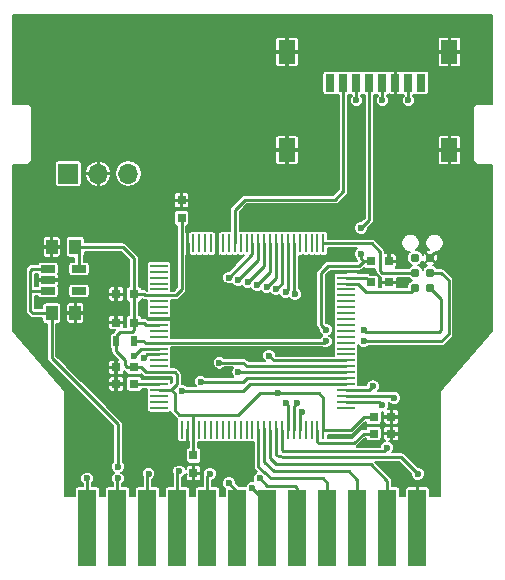
<source format=gtl>
G04 #@! TF.FileFunction,Copper,L1,Top,Signal*
%FSLAX46Y46*%
G04 Gerber Fmt 4.6, Leading zero omitted, Abs format (unit mm)*
G04 Created by KiCad (PCBNEW 4.0.7) date 10/01/18 20:06:01*
%MOMM*%
%LPD*%
G01*
G04 APERTURE LIST*
%ADD10C,0.100000*%
%ADD11R,1.500000X0.280000*%
%ADD12R,0.280000X1.500000*%
%ADD13R,0.800000X0.750000*%
%ADD14R,0.750000X0.800000*%
%ADD15R,1.000000X1.250000*%
%ADD16R,1.524000X6.477000*%
%ADD17R,1.450000X2.000000*%
%ADD18R,0.800000X1.500000*%
%ADD19C,0.787400*%
%ADD20R,0.500000X0.900000*%
%ADD21R,1.220000X0.650000*%
%ADD22R,1.700000X1.700000*%
%ADD23O,1.700000X1.700000*%
%ADD24C,0.600000*%
%ADD25C,0.250000*%
%ADD26C,0.152400*%
G04 APERTURE END LIST*
D10*
D11*
X92100000Y-74000000D03*
X92100000Y-74500000D03*
X92100000Y-75000000D03*
X92100000Y-75500000D03*
X92100000Y-76000000D03*
X92100000Y-76500000D03*
X92100000Y-77000000D03*
X92100000Y-77500000D03*
X92100000Y-78000000D03*
X92100000Y-78500000D03*
X92100000Y-79000000D03*
X92100000Y-79500000D03*
X92100000Y-80000000D03*
X92100000Y-80500000D03*
X92100000Y-81000000D03*
X92100000Y-81500000D03*
X92100000Y-82000000D03*
X92100000Y-82500000D03*
X92100000Y-83000000D03*
X92100000Y-83500000D03*
X92100000Y-84000000D03*
X92100000Y-84500000D03*
X92100000Y-85000000D03*
X92100000Y-85500000D03*
X92100000Y-86000000D03*
D12*
X94000000Y-87900000D03*
X94500000Y-87900000D03*
X95000000Y-87900000D03*
X95500000Y-87900000D03*
X96000000Y-87900000D03*
X96500000Y-87900000D03*
X97000000Y-87900000D03*
X97500000Y-87900000D03*
X98000000Y-87900000D03*
X98500000Y-87900000D03*
X99000000Y-87900000D03*
X99500000Y-87900000D03*
X100000000Y-87900000D03*
X100500000Y-87900000D03*
X101000000Y-87900000D03*
X101500000Y-87900000D03*
X102000000Y-87900000D03*
X102500000Y-87900000D03*
X103000000Y-87900000D03*
X103500000Y-87900000D03*
X104000000Y-87900000D03*
X104500000Y-87900000D03*
X105000000Y-87900000D03*
X105500000Y-87900000D03*
X106000000Y-87900000D03*
D11*
X107900000Y-86000000D03*
X107900000Y-85500000D03*
X107900000Y-85000000D03*
X107900000Y-84500000D03*
X107900000Y-84000000D03*
X107900000Y-83500000D03*
X107900000Y-83000000D03*
X107900000Y-82500000D03*
X107900000Y-82000000D03*
X107900000Y-81500000D03*
X107900000Y-81000000D03*
X107900000Y-80500000D03*
X107900000Y-80000000D03*
X107900000Y-79500000D03*
X107900000Y-79000000D03*
X107900000Y-78500000D03*
X107900000Y-78000000D03*
X107900000Y-77500000D03*
X107900000Y-77000000D03*
X107900000Y-76500000D03*
X107900000Y-76000000D03*
X107900000Y-75500000D03*
X107900000Y-75000000D03*
X107900000Y-74500000D03*
X107900000Y-74000000D03*
D12*
X106000000Y-72100000D03*
X105500000Y-72100000D03*
X105000000Y-72100000D03*
X104500000Y-72100000D03*
X104000000Y-72100000D03*
X103500000Y-72100000D03*
X103000000Y-72100000D03*
X102500000Y-72100000D03*
X102000000Y-72100000D03*
X101500000Y-72100000D03*
X101000000Y-72100000D03*
X100500000Y-72100000D03*
X100000000Y-72100000D03*
X99500000Y-72100000D03*
X99000000Y-72100000D03*
X98500000Y-72100000D03*
X98000000Y-72100000D03*
X97500000Y-72100000D03*
X97000000Y-72100000D03*
X96500000Y-72100000D03*
X96000000Y-72100000D03*
X95500000Y-72100000D03*
X95000000Y-72100000D03*
X94500000Y-72100000D03*
X94000000Y-72100000D03*
D13*
X111750000Y-88200000D03*
X110250000Y-88200000D03*
X111550000Y-75400000D03*
X110050000Y-75400000D03*
X88450000Y-84000000D03*
X89950000Y-84000000D03*
D14*
X95000000Y-91550000D03*
X95000000Y-90050000D03*
D13*
X88450000Y-78800000D03*
X89950000Y-78800000D03*
D15*
X83000000Y-78000000D03*
X85000000Y-78000000D03*
D14*
X94000000Y-68450000D03*
X94000000Y-69950000D03*
D13*
X88450000Y-76400000D03*
X89950000Y-76400000D03*
X111550000Y-73600000D03*
X110050000Y-73600000D03*
X111750000Y-86800000D03*
X110250000Y-86800000D03*
D15*
X85000000Y-72400000D03*
X83000000Y-72400000D03*
D16*
X113970000Y-96190000D03*
X111430000Y-96190000D03*
X108890000Y-96190000D03*
X106350000Y-96190000D03*
X103810000Y-96190000D03*
X101270000Y-96190000D03*
X98730000Y-96190000D03*
X96190000Y-96190000D03*
X93650000Y-96190000D03*
X91110000Y-96190000D03*
X88570000Y-96190000D03*
X86030000Y-96190000D03*
D17*
X116675000Y-55900000D03*
X102925000Y-55900000D03*
X102925000Y-64200000D03*
X116675000Y-64200000D03*
D18*
X114300000Y-58500000D03*
X113200000Y-58500000D03*
X112100000Y-58500000D03*
X111000000Y-58500000D03*
X109900000Y-58500000D03*
X108800000Y-58500000D03*
X107700000Y-58500000D03*
X106600000Y-58500000D03*
D19*
X115035000Y-75870000D03*
X113765000Y-75870000D03*
X115035000Y-74600000D03*
X113765000Y-74600000D03*
X115035000Y-73330000D03*
X113765000Y-73330000D03*
D20*
X88450000Y-80400000D03*
X89950000Y-80400000D03*
D21*
X82690000Y-74250000D03*
X82690000Y-75200000D03*
X82690000Y-76150000D03*
X85310000Y-76150000D03*
X85310000Y-74250000D03*
D13*
X88450000Y-82600000D03*
X89950000Y-82600000D03*
D22*
X84400000Y-66200000D03*
D23*
X86940000Y-66200000D03*
X89480000Y-66200000D03*
D24*
X94800000Y-73600000D03*
X97000000Y-73600000D03*
X106600000Y-74800000D03*
X112800000Y-73600000D03*
X88400000Y-85200000D03*
X93600000Y-78200000D03*
X87000000Y-92200000D03*
X112800000Y-88200000D03*
X112800000Y-86800000D03*
X112800000Y-75400000D03*
X106200000Y-79400000D03*
X109200000Y-70800000D03*
X109200000Y-73000000D03*
X102200000Y-84800000D03*
X109400000Y-79400000D03*
X88600000Y-91000000D03*
X111400000Y-89400000D03*
X114000000Y-91600000D03*
X103600000Y-76400000D03*
X100600000Y-92000000D03*
X100000000Y-92800000D03*
X102800000Y-76200000D03*
X98000000Y-92400000D03*
X102000000Y-76000000D03*
X101200000Y-75800000D03*
X96400000Y-91600000D03*
X100400000Y-75600000D03*
X93800000Y-91400000D03*
X99600000Y-75400000D03*
X91200000Y-91600000D03*
X98800000Y-75200000D03*
X88600000Y-92000000D03*
X98000000Y-75000000D03*
X86000000Y-92000000D03*
X102800000Y-85600000D03*
X103800000Y-85600000D03*
X104200000Y-86400000D03*
X101400000Y-81600000D03*
X98800000Y-83000000D03*
X97200000Y-82200000D03*
X95600000Y-83800000D03*
X94000000Y-84600000D03*
X113200000Y-60000000D03*
X112000000Y-85200000D03*
X111000000Y-60000000D03*
X111000000Y-85800000D03*
X108800000Y-60000000D03*
X110200000Y-84200000D03*
X109400000Y-80400000D03*
X106200000Y-80400000D03*
X90000000Y-81600000D03*
X90800000Y-81800000D03*
D25*
X94500000Y-72100000D02*
X94500000Y-73300000D01*
X94500000Y-73300000D02*
X94800000Y-73600000D01*
X97000000Y-72100000D02*
X97000000Y-73600000D01*
X107900000Y-74500000D02*
X106900000Y-74500000D01*
X106900000Y-74500000D02*
X106600000Y-74800000D01*
X111550000Y-73600000D02*
X112800000Y-73600000D01*
X88450000Y-84000000D02*
X88450000Y-85150000D01*
X88450000Y-85150000D02*
X88400000Y-85200000D01*
X92100000Y-78500000D02*
X93300000Y-78500000D01*
X93300000Y-78500000D02*
X93600000Y-78200000D01*
X113970000Y-96190000D02*
X113970000Y-92630000D01*
X112800000Y-88200000D02*
X111750000Y-88200000D01*
X115000000Y-90400000D02*
X112800000Y-88200000D01*
X115000000Y-91600000D02*
X115000000Y-90400000D01*
X113970000Y-92630000D02*
X115000000Y-91600000D01*
X111750000Y-86800000D02*
X112800000Y-86800000D01*
X111550000Y-75400000D02*
X112800000Y-75400000D01*
X105500000Y-87900000D02*
X105500000Y-88900000D01*
X109400000Y-88200000D02*
X110250000Y-88200000D01*
X108600000Y-89000000D02*
X109400000Y-88200000D01*
X105600000Y-89000000D02*
X108600000Y-89000000D01*
X105500000Y-88900000D02*
X105600000Y-89000000D01*
X107900000Y-75000000D02*
X109650000Y-75000000D01*
X109650000Y-75000000D02*
X110050000Y-75400000D01*
X92100000Y-84000000D02*
X89950000Y-84000000D01*
X107900000Y-74000000D02*
X106400000Y-74000000D01*
X105800000Y-79000000D02*
X106200000Y-79400000D01*
X105800000Y-74600000D02*
X105800000Y-79000000D01*
X106400000Y-74000000D02*
X105800000Y-74600000D01*
X89950000Y-82600000D02*
X89400000Y-82600000D01*
X88450000Y-81250000D02*
X88450000Y-80400000D01*
X89200000Y-82000000D02*
X88450000Y-81250000D01*
X89200000Y-82400000D02*
X89200000Y-82000000D01*
X89400000Y-82600000D02*
X89200000Y-82400000D01*
X109200000Y-73000000D02*
X109200000Y-73400000D01*
X109900000Y-70100000D02*
X109200000Y-70800000D01*
X109900000Y-58500000D02*
X109900000Y-70100000D01*
X109200000Y-73400000D02*
X109400000Y-73600000D01*
X85000000Y-72400000D02*
X89000000Y-72400000D01*
X89950000Y-73350000D02*
X89950000Y-76400000D01*
X89000000Y-72400000D02*
X89950000Y-73350000D01*
X85310000Y-74250000D02*
X85310000Y-72710000D01*
X85310000Y-72710000D02*
X85000000Y-72400000D01*
X102200000Y-84800000D02*
X102400000Y-84800000D01*
X115035000Y-75870000D02*
X116000000Y-76835000D01*
X116000000Y-76835000D02*
X116000000Y-79400000D01*
X116000000Y-79400000D02*
X115800000Y-79600000D01*
X115800000Y-79600000D02*
X109600000Y-79600000D01*
X109600000Y-79600000D02*
X109400000Y-79400000D01*
X95000000Y-87900000D02*
X95000000Y-86600000D01*
X106000000Y-87900000D02*
X106000000Y-85200000D01*
X105600000Y-84800000D02*
X102400000Y-84800000D01*
X106000000Y-85200000D02*
X105600000Y-84800000D01*
X102400000Y-84800000D02*
X100600000Y-84800000D01*
X98800000Y-86600000D02*
X95000000Y-86600000D01*
X100600000Y-84800000D02*
X98800000Y-86600000D01*
X95000000Y-86600000D02*
X94800000Y-86600000D01*
X93800000Y-86600000D02*
X94800000Y-86600000D01*
X93400000Y-86200000D02*
X93800000Y-86600000D01*
X93400000Y-84800000D02*
X93400000Y-86200000D01*
X93100000Y-84500000D02*
X93400000Y-84800000D01*
X92100000Y-76500000D02*
X93500000Y-76500000D01*
X94000000Y-76000000D02*
X94000000Y-72100000D01*
X93500000Y-76500000D02*
X94000000Y-76000000D01*
X92100000Y-84500000D02*
X93100000Y-84500000D01*
X92100000Y-83000000D02*
X93400000Y-83000000D01*
X93600000Y-84000000D02*
X93100000Y-84500000D01*
X93600000Y-83200000D02*
X93600000Y-84000000D01*
X93400000Y-83000000D02*
X93600000Y-83200000D01*
X89950000Y-78800000D02*
X89950000Y-79450000D01*
X88800000Y-79600000D02*
X88450000Y-79950000D01*
X89800000Y-79600000D02*
X88800000Y-79600000D01*
X89950000Y-79450000D02*
X89800000Y-79600000D01*
X88450000Y-79950000D02*
X88450000Y-80400000D01*
X89950000Y-76400000D02*
X89950000Y-78800000D01*
X106000000Y-87900000D02*
X108300000Y-87900000D01*
X109400000Y-86800000D02*
X110250000Y-86800000D01*
X108300000Y-87900000D02*
X109400000Y-86800000D01*
X92100000Y-83000000D02*
X91000000Y-83000000D01*
X90600000Y-82600000D02*
X89950000Y-82600000D01*
X91000000Y-83000000D02*
X90600000Y-82600000D01*
X107900000Y-74000000D02*
X109000000Y-74000000D01*
X109400000Y-73600000D02*
X110050000Y-73600000D01*
X109000000Y-74000000D02*
X109400000Y-73600000D01*
X94000000Y-72100000D02*
X94000000Y-69950000D01*
X92100000Y-76500000D02*
X90900000Y-76500000D01*
X90900000Y-76500000D02*
X90800000Y-76400000D01*
X90800000Y-76400000D02*
X89950000Y-76400000D01*
X92100000Y-79000000D02*
X91000000Y-79000000D01*
X91000000Y-79000000D02*
X90800000Y-78800000D01*
X90800000Y-78800000D02*
X89950000Y-78800000D01*
X95000000Y-87900000D02*
X95000000Y-90050000D01*
X83000000Y-81800000D02*
X88600000Y-87400000D01*
X88600000Y-87400000D02*
X88600000Y-91000000D01*
X83000000Y-78000000D02*
X83000000Y-81800000D01*
X82690000Y-76150000D02*
X81200000Y-76150000D01*
X81200000Y-76150000D02*
X81200000Y-76200000D01*
X82690000Y-74250000D02*
X81350000Y-74250000D01*
X81400000Y-78000000D02*
X83000000Y-78000000D01*
X81200000Y-77800000D02*
X81400000Y-78000000D01*
X81200000Y-74400000D02*
X81200000Y-76200000D01*
X81200000Y-76200000D02*
X81200000Y-77800000D01*
X81350000Y-74250000D02*
X81200000Y-74400000D01*
X102600000Y-89700000D02*
X111100000Y-89700000D01*
X102500000Y-89600000D02*
X102600000Y-89700000D01*
X102500000Y-89600000D02*
X102500000Y-87900000D01*
X111100000Y-89700000D02*
X111400000Y-89400000D01*
X112600000Y-90200000D02*
X114000000Y-91600000D01*
X102000000Y-90000000D02*
X102600000Y-90200000D01*
X102600000Y-90200000D02*
X112600000Y-90200000D01*
X102000000Y-87700000D02*
X102000000Y-90000000D01*
X110000000Y-90800000D02*
X111430000Y-92230000D01*
X101500000Y-87900000D02*
X101500000Y-90300000D01*
X102000000Y-90800000D02*
X110000000Y-90800000D01*
X102000000Y-90800000D02*
X101500000Y-90300000D01*
X111430000Y-92230000D02*
X111430000Y-96190000D01*
X108200000Y-91400000D02*
X108890000Y-92090000D01*
X101000000Y-90600000D02*
X101800000Y-91400000D01*
X101800000Y-91400000D02*
X108200000Y-91400000D01*
X101000000Y-87700000D02*
X101000000Y-90600000D01*
X108890000Y-92090000D02*
X108890000Y-96190000D01*
X106000000Y-92000000D02*
X106350000Y-92350000D01*
X101600000Y-92000000D02*
X100500000Y-91000000D01*
X100500000Y-87800000D02*
X100500000Y-91000000D01*
X106000000Y-92000000D02*
X101600000Y-92000000D01*
X106350000Y-92350000D02*
X106350000Y-96190000D01*
X103810000Y-96190000D02*
X103810000Y-92810000D01*
X103500000Y-76300000D02*
X103500000Y-72100000D01*
X103600000Y-76400000D02*
X103500000Y-76300000D01*
X101200000Y-92600000D02*
X100600000Y-92000000D01*
X103600000Y-92600000D02*
X101200000Y-92600000D01*
X103810000Y-92810000D02*
X103600000Y-92600000D01*
X101270000Y-96190000D02*
X101270000Y-94070000D01*
X101270000Y-94070000D02*
X100000000Y-92800000D01*
X102800000Y-76200000D02*
X103000000Y-76000000D01*
X103000000Y-76000000D02*
X103000000Y-72100000D01*
X98730000Y-96190000D02*
X98730000Y-93130000D01*
X98730000Y-93130000D02*
X98000000Y-92400000D01*
X102000000Y-76000000D02*
X102500000Y-75500000D01*
X102500000Y-75500000D02*
X102500000Y-72100000D01*
X96190000Y-96190000D02*
X96190000Y-91810000D01*
X102000000Y-75000000D02*
X102000000Y-72100000D01*
X101200000Y-75800000D02*
X102000000Y-75000000D01*
X96190000Y-91810000D02*
X96400000Y-91600000D01*
X93650000Y-96190000D02*
X93650000Y-91550000D01*
X101500000Y-74500000D02*
X101500000Y-72100000D01*
X100400000Y-75600000D02*
X101500000Y-74500000D01*
X93650000Y-91550000D02*
X93800000Y-91400000D01*
X91110000Y-96190000D02*
X91110000Y-91690000D01*
X101000000Y-74000000D02*
X101000000Y-72100000D01*
X99600000Y-75400000D02*
X101000000Y-74000000D01*
X91110000Y-91690000D02*
X91200000Y-91600000D01*
X88570000Y-96190000D02*
X88570000Y-92030000D01*
X100500000Y-73500000D02*
X100500000Y-72100000D01*
X98800000Y-75200000D02*
X100500000Y-73500000D01*
X88570000Y-92030000D02*
X88600000Y-92000000D01*
X86030000Y-96190000D02*
X86030000Y-92030000D01*
X100000000Y-73000000D02*
X100000000Y-72100000D01*
X98000000Y-75000000D02*
X100000000Y-73000000D01*
X86030000Y-92030000D02*
X86000000Y-92000000D01*
X103000000Y-85800000D02*
X102800000Y-85600000D01*
X103000000Y-85800000D02*
X103000000Y-87900000D01*
X103500000Y-87900000D02*
X103500000Y-85900000D01*
X103500000Y-85900000D02*
X103800000Y-85600000D01*
X104000000Y-87900000D02*
X104000000Y-86600000D01*
X104000000Y-86600000D02*
X104200000Y-86400000D01*
X101800000Y-82000000D02*
X107900000Y-82000000D01*
X101400000Y-81600000D02*
X101800000Y-82000000D01*
X98800000Y-83000000D02*
X107900000Y-83000000D01*
X99500000Y-82500000D02*
X107900000Y-82500000D01*
X99200000Y-82200000D02*
X99500000Y-82500000D01*
X97200000Y-82200000D02*
X99200000Y-82200000D01*
X107900000Y-83500000D02*
X99500000Y-83500000D01*
X99200000Y-83800000D02*
X95600000Y-83800000D01*
X99500000Y-83500000D02*
X99200000Y-83800000D01*
X107900000Y-84000000D02*
X99800000Y-84000000D01*
X99200000Y-84600000D02*
X94000000Y-84600000D01*
X99800000Y-84000000D02*
X99200000Y-84600000D01*
X107900000Y-85000000D02*
X111800000Y-85000000D01*
X113200000Y-60000000D02*
X113200000Y-58500000D01*
X111800000Y-85000000D02*
X112000000Y-85200000D01*
X107900000Y-85500000D02*
X110700000Y-85500000D01*
X111000000Y-60000000D02*
X111000000Y-58500000D01*
X110700000Y-85500000D02*
X111000000Y-85800000D01*
X107900000Y-84500000D02*
X109900000Y-84500000D01*
X108800000Y-60000000D02*
X108800000Y-58500000D01*
X109900000Y-84500000D02*
X110200000Y-84200000D01*
X98500000Y-72100000D02*
X98500000Y-69300000D01*
X107700000Y-67700000D02*
X107700000Y-58500000D01*
X107000000Y-68400000D02*
X107700000Y-67700000D01*
X99400000Y-68400000D02*
X107000000Y-68400000D01*
X98500000Y-69300000D02*
X99400000Y-68400000D01*
X107900000Y-75500000D02*
X108900000Y-75500000D01*
X113435000Y-76200000D02*
X113765000Y-75870000D01*
X109600000Y-76200000D02*
X113435000Y-76200000D01*
X108900000Y-75500000D02*
X109600000Y-76200000D01*
X92100000Y-80500000D02*
X106100000Y-80500000D01*
X116000000Y-74600000D02*
X115035000Y-74600000D01*
X116600000Y-75200000D02*
X116000000Y-74600000D01*
X116600000Y-79800000D02*
X116600000Y-75200000D01*
X116000000Y-80400000D02*
X116600000Y-79800000D01*
X109400000Y-80400000D02*
X116000000Y-80400000D01*
X106100000Y-80500000D02*
X106200000Y-80400000D01*
X92100000Y-80500000D02*
X90900000Y-80500000D01*
X90800000Y-80400000D02*
X89950000Y-80400000D01*
X90900000Y-80500000D02*
X90800000Y-80400000D01*
X106000000Y-72100000D02*
X110100000Y-72100000D01*
X111000000Y-74600000D02*
X113765000Y-74600000D01*
X110800000Y-74400000D02*
X111000000Y-74600000D01*
X110800000Y-72800000D02*
X110800000Y-74400000D01*
X110100000Y-72100000D02*
X110800000Y-72800000D01*
X92100000Y-81000000D02*
X90600000Y-81000000D01*
X90600000Y-81000000D02*
X90000000Y-81600000D01*
X92100000Y-81500000D02*
X91100000Y-81500000D01*
X91100000Y-81500000D02*
X90800000Y-81800000D01*
D26*
G36*
X120283100Y-60275600D02*
X119050000Y-60275600D01*
X119049601Y-60275679D01*
X119049203Y-60275601D01*
X118981864Y-60289153D01*
X118914377Y-60302577D01*
X118914039Y-60302803D01*
X118913641Y-60302883D01*
X118856553Y-60341213D01*
X118799401Y-60379401D01*
X118799176Y-60379738D01*
X118798838Y-60379965D01*
X118760790Y-60437187D01*
X118722577Y-60494377D01*
X118722498Y-60494776D01*
X118722273Y-60495114D01*
X118709027Y-60562499D01*
X118695600Y-60630000D01*
X118695679Y-60630399D01*
X118695601Y-60630797D01*
X118705487Y-65025293D01*
X118695600Y-65075000D01*
X118722577Y-65210623D01*
X118799401Y-65325599D01*
X118914377Y-65402423D01*
X119050000Y-65429400D01*
X120283100Y-65429400D01*
X120283100Y-79546840D01*
X115925787Y-84526626D01*
X115897062Y-84576507D01*
X115865077Y-84624377D01*
X115862745Y-84636100D01*
X115856781Y-84646457D01*
X115849330Y-84703543D01*
X115838100Y-84760000D01*
X115838100Y-93523800D01*
X115008200Y-93523800D01*
X115008200Y-92896561D01*
X114966151Y-92795046D01*
X114888455Y-92717349D01*
X114786940Y-92675300D01*
X114089850Y-92675300D01*
X114020800Y-92744350D01*
X114020800Y-93523800D01*
X113919200Y-93523800D01*
X113919200Y-92744350D01*
X113850150Y-92675300D01*
X113153060Y-92675300D01*
X113051545Y-92717349D01*
X112973849Y-92795046D01*
X112931800Y-92896561D01*
X112931800Y-93523800D01*
X112476873Y-93523800D01*
X112476873Y-92951500D01*
X112457391Y-92847961D01*
X112396199Y-92752866D01*
X112302832Y-92689071D01*
X112192000Y-92666627D01*
X111834400Y-92666627D01*
X111834400Y-92230000D01*
X111819909Y-92157150D01*
X111803617Y-92075242D01*
X111715954Y-91944046D01*
X110376308Y-90604400D01*
X112432492Y-90604400D01*
X113420607Y-91592515D01*
X113420500Y-91714744D01*
X113508522Y-91927775D01*
X113671368Y-92090905D01*
X113884245Y-92179299D01*
X114114744Y-92179500D01*
X114327775Y-92091478D01*
X114490905Y-91928632D01*
X114579299Y-91715755D01*
X114579500Y-91485256D01*
X114491478Y-91272225D01*
X114328632Y-91109095D01*
X114115755Y-91020701D01*
X113992502Y-91020594D01*
X112885954Y-89914046D01*
X112754757Y-89826383D01*
X112600000Y-89795600D01*
X111823820Y-89795600D01*
X111890905Y-89728632D01*
X111979299Y-89515755D01*
X111979500Y-89285256D01*
X111891478Y-89072225D01*
X111728632Y-88909095D01*
X111589205Y-88851200D01*
X111630150Y-88851200D01*
X111699200Y-88782150D01*
X111699200Y-88250800D01*
X111800800Y-88250800D01*
X111800800Y-88782150D01*
X111869850Y-88851200D01*
X112204940Y-88851200D01*
X112306455Y-88809151D01*
X112384151Y-88731454D01*
X112426200Y-88629939D01*
X112426200Y-88319850D01*
X112357150Y-88250800D01*
X111800800Y-88250800D01*
X111699200Y-88250800D01*
X111142850Y-88250800D01*
X111073800Y-88319850D01*
X111073800Y-88629939D01*
X111115849Y-88731454D01*
X111193545Y-88809151D01*
X111253060Y-88833803D01*
X111072225Y-88908522D01*
X110909095Y-89071368D01*
X110820701Y-89284245D01*
X110820691Y-89295600D01*
X108871518Y-89295600D01*
X108885954Y-89285954D01*
X109567508Y-88604400D01*
X109570659Y-88604400D01*
X109584609Y-88678539D01*
X109645801Y-88773634D01*
X109739168Y-88837429D01*
X109850000Y-88859873D01*
X110650000Y-88859873D01*
X110753539Y-88840391D01*
X110848634Y-88779199D01*
X110912429Y-88685832D01*
X110934873Y-88575000D01*
X110934873Y-87825000D01*
X110924536Y-87770061D01*
X111073800Y-87770061D01*
X111073800Y-88080150D01*
X111142850Y-88149200D01*
X111699200Y-88149200D01*
X111699200Y-87617850D01*
X111800800Y-87617850D01*
X111800800Y-88149200D01*
X112357150Y-88149200D01*
X112426200Y-88080150D01*
X112426200Y-87770061D01*
X112384151Y-87668546D01*
X112306455Y-87590849D01*
X112204940Y-87548800D01*
X111869850Y-87548800D01*
X111800800Y-87617850D01*
X111699200Y-87617850D01*
X111630150Y-87548800D01*
X111295060Y-87548800D01*
X111193545Y-87590849D01*
X111115849Y-87668546D01*
X111073800Y-87770061D01*
X110924536Y-87770061D01*
X110915391Y-87721461D01*
X110854199Y-87626366D01*
X110760832Y-87562571D01*
X110650000Y-87540127D01*
X109850000Y-87540127D01*
X109746461Y-87559609D01*
X109651366Y-87620801D01*
X109587571Y-87714168D01*
X109571081Y-87795600D01*
X109400000Y-87795600D01*
X109245243Y-87826383D01*
X109114046Y-87914046D01*
X108432492Y-88595600D01*
X106424873Y-88595600D01*
X106424873Y-88304400D01*
X108300000Y-88304400D01*
X108454757Y-88273617D01*
X108585954Y-88185954D01*
X109567508Y-87204400D01*
X109570659Y-87204400D01*
X109584609Y-87278539D01*
X109645801Y-87373634D01*
X109739168Y-87437429D01*
X109850000Y-87459873D01*
X110650000Y-87459873D01*
X110753539Y-87440391D01*
X110848634Y-87379199D01*
X110912429Y-87285832D01*
X110934873Y-87175000D01*
X110934873Y-86919850D01*
X111073800Y-86919850D01*
X111073800Y-87229939D01*
X111115849Y-87331454D01*
X111193545Y-87409151D01*
X111295060Y-87451200D01*
X111630150Y-87451200D01*
X111699200Y-87382150D01*
X111699200Y-86850800D01*
X111800800Y-86850800D01*
X111800800Y-87382150D01*
X111869850Y-87451200D01*
X112204940Y-87451200D01*
X112306455Y-87409151D01*
X112384151Y-87331454D01*
X112426200Y-87229939D01*
X112426200Y-86919850D01*
X112357150Y-86850800D01*
X111800800Y-86850800D01*
X111699200Y-86850800D01*
X111142850Y-86850800D01*
X111073800Y-86919850D01*
X110934873Y-86919850D01*
X110934873Y-86425000D01*
X110926281Y-86379336D01*
X111073800Y-86379464D01*
X111073800Y-86680150D01*
X111142850Y-86749200D01*
X111699200Y-86749200D01*
X111699200Y-86217850D01*
X111800800Y-86217850D01*
X111800800Y-86749200D01*
X112357150Y-86749200D01*
X112426200Y-86680150D01*
X112426200Y-86370061D01*
X112384151Y-86268546D01*
X112306455Y-86190849D01*
X112204940Y-86148800D01*
X111869850Y-86148800D01*
X111800800Y-86217850D01*
X111699200Y-86217850D01*
X111630150Y-86148800D01*
X111470702Y-86148800D01*
X111490905Y-86128632D01*
X111579299Y-85915755D01*
X111579500Y-85685256D01*
X111518603Y-85537874D01*
X111671368Y-85690905D01*
X111884245Y-85779299D01*
X112114744Y-85779500D01*
X112327775Y-85691478D01*
X112490905Y-85528632D01*
X112579299Y-85315755D01*
X112579500Y-85085256D01*
X112491478Y-84872225D01*
X112328632Y-84709095D01*
X112115755Y-84620701D01*
X111925357Y-84620535D01*
X111800000Y-84595600D01*
X110623820Y-84595600D01*
X110690905Y-84528632D01*
X110779299Y-84315755D01*
X110779500Y-84085256D01*
X110691478Y-83872225D01*
X110528632Y-83709095D01*
X110315755Y-83620701D01*
X110085256Y-83620500D01*
X109872225Y-83708522D01*
X109709095Y-83871368D01*
X109620701Y-84084245D01*
X109620691Y-84095600D01*
X108934873Y-84095600D01*
X108934873Y-83860000D01*
X108915391Y-83756461D01*
X108912089Y-83751330D01*
X108912429Y-83750832D01*
X108934873Y-83640000D01*
X108934873Y-83360000D01*
X108915391Y-83256461D01*
X108912089Y-83251330D01*
X108912429Y-83250832D01*
X108934873Y-83140000D01*
X108934873Y-82860000D01*
X108915391Y-82756461D01*
X108912089Y-82751330D01*
X108912429Y-82750832D01*
X108934873Y-82640000D01*
X108934873Y-82360000D01*
X108915391Y-82256461D01*
X108912089Y-82251330D01*
X108912429Y-82250832D01*
X108934873Y-82140000D01*
X108934873Y-81860000D01*
X108915391Y-81756461D01*
X108912089Y-81751330D01*
X108912429Y-81750832D01*
X108934873Y-81640000D01*
X108934873Y-81360000D01*
X108915391Y-81256461D01*
X108912089Y-81251330D01*
X108912429Y-81250832D01*
X108934873Y-81140000D01*
X108934873Y-80860000D01*
X108915391Y-80756461D01*
X108912089Y-80751330D01*
X108912429Y-80750832D01*
X108915652Y-80734917D01*
X109071368Y-80890905D01*
X109284245Y-80979299D01*
X109514744Y-80979500D01*
X109727775Y-80891478D01*
X109815005Y-80804400D01*
X116000000Y-80804400D01*
X116154757Y-80773617D01*
X116285954Y-80685954D01*
X116885954Y-80085954D01*
X116973617Y-79954757D01*
X117004400Y-79800000D01*
X117004400Y-75200000D01*
X116973617Y-75045243D01*
X116885954Y-74914046D01*
X116285954Y-74314046D01*
X116154757Y-74226383D01*
X116000000Y-74195600D01*
X115582383Y-74195600D01*
X115416778Y-74029706D01*
X115262306Y-73965564D01*
X115394261Y-73910907D01*
X115431736Y-73798578D01*
X115035000Y-73401842D01*
X114638264Y-73798578D01*
X114675739Y-73910907D01*
X114814587Y-73962777D01*
X114654217Y-74029041D01*
X114464706Y-74218222D01*
X114399968Y-74374129D01*
X114335959Y-74219217D01*
X114146778Y-74029706D01*
X113990871Y-73964968D01*
X114145783Y-73900959D01*
X114335294Y-73711778D01*
X114399436Y-73557306D01*
X114454093Y-73689261D01*
X114566422Y-73726736D01*
X114963158Y-73330000D01*
X115106842Y-73330000D01*
X115503578Y-73726736D01*
X115615907Y-73689261D01*
X115709170Y-73439611D01*
X115699798Y-73173273D01*
X115615907Y-72970739D01*
X115503578Y-72933264D01*
X115106842Y-73330000D01*
X114963158Y-73330000D01*
X114566422Y-72933264D01*
X114454093Y-72970739D01*
X114402223Y-73109587D01*
X114335959Y-72949217D01*
X114248317Y-72861422D01*
X114638264Y-72861422D01*
X115035000Y-73258158D01*
X115431736Y-72861422D01*
X115422823Y-72834706D01*
X115569421Y-72834834D01*
X115854259Y-72717141D01*
X116072376Y-72499405D01*
X116190565Y-72214773D01*
X116190834Y-71906579D01*
X116073141Y-71621741D01*
X115855405Y-71403624D01*
X115570773Y-71285435D01*
X115262579Y-71285166D01*
X114977741Y-71402859D01*
X114759624Y-71620595D01*
X114641435Y-71905227D01*
X114641166Y-72213421D01*
X114758859Y-72498259D01*
X114923907Y-72663596D01*
X114878273Y-72665202D01*
X114675739Y-72749093D01*
X114638264Y-72861422D01*
X114248317Y-72861422D01*
X114146778Y-72759706D01*
X113899475Y-72657017D01*
X113882503Y-72657002D01*
X114040376Y-72499405D01*
X114158565Y-72214773D01*
X114158834Y-71906579D01*
X114041141Y-71621741D01*
X113823405Y-71403624D01*
X113538773Y-71285435D01*
X113230579Y-71285166D01*
X112945741Y-71402859D01*
X112727624Y-71620595D01*
X112609435Y-71905227D01*
X112609166Y-72213421D01*
X112726859Y-72498259D01*
X112944595Y-72716376D01*
X113229227Y-72834565D01*
X113308492Y-72834634D01*
X113194706Y-72948222D01*
X113092017Y-73195525D01*
X113091783Y-73463301D01*
X113194041Y-73710783D01*
X113383222Y-73900294D01*
X113539129Y-73965032D01*
X113384217Y-74029041D01*
X113217367Y-74195600D01*
X112120006Y-74195600D01*
X112184151Y-74131454D01*
X112226200Y-74029939D01*
X112226200Y-73719850D01*
X112157150Y-73650800D01*
X111600800Y-73650800D01*
X111600800Y-73670800D01*
X111499200Y-73670800D01*
X111499200Y-73650800D01*
X111479200Y-73650800D01*
X111479200Y-73549200D01*
X111499200Y-73549200D01*
X111499200Y-73017850D01*
X111600800Y-73017850D01*
X111600800Y-73549200D01*
X112157150Y-73549200D01*
X112226200Y-73480150D01*
X112226200Y-73170061D01*
X112184151Y-73068546D01*
X112106455Y-72990849D01*
X112004940Y-72948800D01*
X111669850Y-72948800D01*
X111600800Y-73017850D01*
X111499200Y-73017850D01*
X111430150Y-72948800D01*
X111204400Y-72948800D01*
X111204400Y-72800000D01*
X111173617Y-72645243D01*
X111085954Y-72514046D01*
X110385954Y-71814046D01*
X110254757Y-71726383D01*
X110100000Y-71695600D01*
X106424873Y-71695600D01*
X106424873Y-71350000D01*
X106405391Y-71246461D01*
X106344199Y-71151366D01*
X106250832Y-71087571D01*
X106140000Y-71065127D01*
X105860000Y-71065127D01*
X105756461Y-71084609D01*
X105751330Y-71087911D01*
X105750832Y-71087571D01*
X105640000Y-71065127D01*
X105360000Y-71065127D01*
X105256461Y-71084609D01*
X105251330Y-71087911D01*
X105250832Y-71087571D01*
X105140000Y-71065127D01*
X104860000Y-71065127D01*
X104756461Y-71084609D01*
X104751330Y-71087911D01*
X104750832Y-71087571D01*
X104640000Y-71065127D01*
X104360000Y-71065127D01*
X104256461Y-71084609D01*
X104251330Y-71087911D01*
X104250832Y-71087571D01*
X104140000Y-71065127D01*
X103860000Y-71065127D01*
X103756461Y-71084609D01*
X103751330Y-71087911D01*
X103750832Y-71087571D01*
X103640000Y-71065127D01*
X103360000Y-71065127D01*
X103256461Y-71084609D01*
X103251330Y-71087911D01*
X103250832Y-71087571D01*
X103140000Y-71065127D01*
X102860000Y-71065127D01*
X102756461Y-71084609D01*
X102751330Y-71087911D01*
X102750832Y-71087571D01*
X102640000Y-71065127D01*
X102360000Y-71065127D01*
X102256461Y-71084609D01*
X102251330Y-71087911D01*
X102250832Y-71087571D01*
X102140000Y-71065127D01*
X101860000Y-71065127D01*
X101756461Y-71084609D01*
X101751330Y-71087911D01*
X101750832Y-71087571D01*
X101640000Y-71065127D01*
X101360000Y-71065127D01*
X101256461Y-71084609D01*
X101251330Y-71087911D01*
X101250832Y-71087571D01*
X101140000Y-71065127D01*
X100860000Y-71065127D01*
X100756461Y-71084609D01*
X100751330Y-71087911D01*
X100750832Y-71087571D01*
X100640000Y-71065127D01*
X100360000Y-71065127D01*
X100256461Y-71084609D01*
X100251330Y-71087911D01*
X100250832Y-71087571D01*
X100140000Y-71065127D01*
X99860000Y-71065127D01*
X99756461Y-71084609D01*
X99751330Y-71087911D01*
X99750832Y-71087571D01*
X99640000Y-71065127D01*
X99360000Y-71065127D01*
X99256461Y-71084609D01*
X99251330Y-71087911D01*
X99250832Y-71087571D01*
X99140000Y-71065127D01*
X98904400Y-71065127D01*
X98904400Y-69467508D01*
X99567508Y-68804400D01*
X107000000Y-68804400D01*
X107154757Y-68773617D01*
X107285954Y-68685954D01*
X107985954Y-67985954D01*
X108073617Y-67854757D01*
X108104400Y-67700000D01*
X108104400Y-59534045D01*
X108203539Y-59515391D01*
X108249870Y-59485578D01*
X108289168Y-59512429D01*
X108395600Y-59533982D01*
X108395600Y-59585014D01*
X108309095Y-59671368D01*
X108220701Y-59884245D01*
X108220500Y-60114744D01*
X108308522Y-60327775D01*
X108471368Y-60490905D01*
X108684245Y-60579299D01*
X108914744Y-60579500D01*
X109127775Y-60491478D01*
X109290905Y-60328632D01*
X109379299Y-60115755D01*
X109379500Y-59885256D01*
X109291478Y-59672225D01*
X109204400Y-59584995D01*
X109204400Y-59534045D01*
X109303539Y-59515391D01*
X109349870Y-59485578D01*
X109389168Y-59512429D01*
X109495600Y-59533982D01*
X109495600Y-69932492D01*
X109207485Y-70220607D01*
X109085256Y-70220500D01*
X108872225Y-70308522D01*
X108709095Y-70471368D01*
X108620701Y-70684245D01*
X108620500Y-70914744D01*
X108708522Y-71127775D01*
X108871368Y-71290905D01*
X109084245Y-71379299D01*
X109314744Y-71379500D01*
X109527775Y-71291478D01*
X109690905Y-71128632D01*
X109779299Y-70915755D01*
X109779406Y-70792502D01*
X110185954Y-70385954D01*
X110209978Y-70350000D01*
X110273617Y-70254757D01*
X110304400Y-70100000D01*
X110304400Y-64319850D01*
X115673800Y-64319850D01*
X115673800Y-65254939D01*
X115715849Y-65356454D01*
X115793545Y-65434151D01*
X115895060Y-65476200D01*
X116555150Y-65476200D01*
X116624200Y-65407150D01*
X116624200Y-64250800D01*
X116725800Y-64250800D01*
X116725800Y-65407150D01*
X116794850Y-65476200D01*
X117454940Y-65476200D01*
X117556455Y-65434151D01*
X117634151Y-65356454D01*
X117676200Y-65254939D01*
X117676200Y-64319850D01*
X117607150Y-64250800D01*
X116725800Y-64250800D01*
X116624200Y-64250800D01*
X115742850Y-64250800D01*
X115673800Y-64319850D01*
X110304400Y-64319850D01*
X110304400Y-63145061D01*
X115673800Y-63145061D01*
X115673800Y-64080150D01*
X115742850Y-64149200D01*
X116624200Y-64149200D01*
X116624200Y-62992850D01*
X116725800Y-62992850D01*
X116725800Y-64149200D01*
X117607150Y-64149200D01*
X117676200Y-64080150D01*
X117676200Y-63145061D01*
X117634151Y-63043546D01*
X117556455Y-62965849D01*
X117454940Y-62923800D01*
X116794850Y-62923800D01*
X116725800Y-62992850D01*
X116624200Y-62992850D01*
X116555150Y-62923800D01*
X115895060Y-62923800D01*
X115793545Y-62965849D01*
X115715849Y-63043546D01*
X115673800Y-63145061D01*
X110304400Y-63145061D01*
X110304400Y-59534045D01*
X110403539Y-59515391D01*
X110449870Y-59485578D01*
X110489168Y-59512429D01*
X110595600Y-59533982D01*
X110595600Y-59585014D01*
X110509095Y-59671368D01*
X110420701Y-59884245D01*
X110420500Y-60114744D01*
X110508522Y-60327775D01*
X110671368Y-60490905D01*
X110884245Y-60579299D01*
X111114744Y-60579500D01*
X111327775Y-60491478D01*
X111490905Y-60328632D01*
X111579299Y-60115755D01*
X111579500Y-59885256D01*
X111491478Y-59672225D01*
X111404400Y-59584995D01*
X111404400Y-59534045D01*
X111503539Y-59515391D01*
X111548742Y-59486304D01*
X111645060Y-59526200D01*
X111980150Y-59526200D01*
X112049200Y-59457150D01*
X112049200Y-58550800D01*
X112029200Y-58550800D01*
X112029200Y-58449200D01*
X112049200Y-58449200D01*
X112049200Y-57542850D01*
X112150800Y-57542850D01*
X112150800Y-58449200D01*
X112170800Y-58449200D01*
X112170800Y-58550800D01*
X112150800Y-58550800D01*
X112150800Y-59457150D01*
X112219850Y-59526200D01*
X112554940Y-59526200D01*
X112651055Y-59486388D01*
X112689168Y-59512429D01*
X112795600Y-59533982D01*
X112795600Y-59585014D01*
X112709095Y-59671368D01*
X112620701Y-59884245D01*
X112620500Y-60114744D01*
X112708522Y-60327775D01*
X112871368Y-60490905D01*
X113084245Y-60579299D01*
X113314744Y-60579500D01*
X113527775Y-60491478D01*
X113690905Y-60328632D01*
X113779299Y-60115755D01*
X113779500Y-59885256D01*
X113691478Y-59672225D01*
X113604400Y-59584995D01*
X113604400Y-59534045D01*
X113703539Y-59515391D01*
X113749870Y-59485578D01*
X113789168Y-59512429D01*
X113900000Y-59534873D01*
X114700000Y-59534873D01*
X114803539Y-59515391D01*
X114898634Y-59454199D01*
X114962429Y-59360832D01*
X114984873Y-59250000D01*
X114984873Y-57750000D01*
X114965391Y-57646461D01*
X114904199Y-57551366D01*
X114810832Y-57487571D01*
X114700000Y-57465127D01*
X113900000Y-57465127D01*
X113796461Y-57484609D01*
X113750130Y-57514422D01*
X113710832Y-57487571D01*
X113600000Y-57465127D01*
X112800000Y-57465127D01*
X112696461Y-57484609D01*
X112651258Y-57513696D01*
X112554940Y-57473800D01*
X112219850Y-57473800D01*
X112150800Y-57542850D01*
X112049200Y-57542850D01*
X111980150Y-57473800D01*
X111645060Y-57473800D01*
X111548945Y-57513612D01*
X111510832Y-57487571D01*
X111400000Y-57465127D01*
X110600000Y-57465127D01*
X110496461Y-57484609D01*
X110450130Y-57514422D01*
X110410832Y-57487571D01*
X110300000Y-57465127D01*
X109500000Y-57465127D01*
X109396461Y-57484609D01*
X109350130Y-57514422D01*
X109310832Y-57487571D01*
X109200000Y-57465127D01*
X108400000Y-57465127D01*
X108296461Y-57484609D01*
X108250130Y-57514422D01*
X108210832Y-57487571D01*
X108100000Y-57465127D01*
X107300000Y-57465127D01*
X107196461Y-57484609D01*
X107150130Y-57514422D01*
X107110832Y-57487571D01*
X107000000Y-57465127D01*
X106200000Y-57465127D01*
X106096461Y-57484609D01*
X106001366Y-57545801D01*
X105937571Y-57639168D01*
X105915127Y-57750000D01*
X105915127Y-59250000D01*
X105934609Y-59353539D01*
X105995801Y-59448634D01*
X106089168Y-59512429D01*
X106200000Y-59534873D01*
X107000000Y-59534873D01*
X107103539Y-59515391D01*
X107149870Y-59485578D01*
X107189168Y-59512429D01*
X107295600Y-59533982D01*
X107295600Y-67532492D01*
X106832492Y-67995600D01*
X99400000Y-67995600D01*
X99245242Y-68026383D01*
X99114046Y-68114046D01*
X98214046Y-69014046D01*
X98126383Y-69145243D01*
X98095600Y-69300000D01*
X98095600Y-71065127D01*
X97860000Y-71065127D01*
X97756461Y-71084609D01*
X97751330Y-71087911D01*
X97750832Y-71087571D01*
X97640000Y-71065127D01*
X97360000Y-71065127D01*
X97256461Y-71084609D01*
X97242587Y-71093537D01*
X97194939Y-71073800D01*
X97119850Y-71073800D01*
X97050800Y-71142850D01*
X97050800Y-72049200D01*
X97070800Y-72049200D01*
X97070800Y-72150800D01*
X97050800Y-72150800D01*
X97050800Y-73057150D01*
X97119850Y-73126200D01*
X97194939Y-73126200D01*
X97241249Y-73107018D01*
X97249168Y-73112429D01*
X97360000Y-73134873D01*
X97640000Y-73134873D01*
X97743539Y-73115391D01*
X97748670Y-73112089D01*
X97749168Y-73112429D01*
X97860000Y-73134873D01*
X98140000Y-73134873D01*
X98243539Y-73115391D01*
X98248670Y-73112089D01*
X98249168Y-73112429D01*
X98360000Y-73134873D01*
X98640000Y-73134873D01*
X98743539Y-73115391D01*
X98748670Y-73112089D01*
X98749168Y-73112429D01*
X98860000Y-73134873D01*
X99140000Y-73134873D01*
X99243539Y-73115391D01*
X99248670Y-73112089D01*
X99249168Y-73112429D01*
X99304465Y-73123627D01*
X98007485Y-74420607D01*
X97885256Y-74420500D01*
X97672225Y-74508522D01*
X97509095Y-74671368D01*
X97420701Y-74884245D01*
X97420500Y-75114744D01*
X97508522Y-75327775D01*
X97671368Y-75490905D01*
X97884245Y-75579299D01*
X98114744Y-75579500D01*
X98298519Y-75503566D01*
X98308522Y-75527775D01*
X98471368Y-75690905D01*
X98684245Y-75779299D01*
X98914744Y-75779500D01*
X99098519Y-75703566D01*
X99108522Y-75727775D01*
X99271368Y-75890905D01*
X99484245Y-75979299D01*
X99714744Y-75979500D01*
X99898519Y-75903566D01*
X99908522Y-75927775D01*
X100071368Y-76090905D01*
X100284245Y-76179299D01*
X100514744Y-76179500D01*
X100698519Y-76103566D01*
X100708522Y-76127775D01*
X100871368Y-76290905D01*
X101084245Y-76379299D01*
X101314744Y-76379500D01*
X101498519Y-76303566D01*
X101508522Y-76327775D01*
X101671368Y-76490905D01*
X101884245Y-76579299D01*
X102114744Y-76579500D01*
X102298519Y-76503566D01*
X102308522Y-76527775D01*
X102471368Y-76690905D01*
X102684245Y-76779299D01*
X102914744Y-76779500D01*
X103098519Y-76703566D01*
X103108522Y-76727775D01*
X103271368Y-76890905D01*
X103484245Y-76979299D01*
X103714744Y-76979500D01*
X103927775Y-76891478D01*
X104090905Y-76728632D01*
X104179299Y-76515755D01*
X104179500Y-76285256D01*
X104091478Y-76072225D01*
X103928632Y-75909095D01*
X103904400Y-75899033D01*
X103904400Y-73134873D01*
X104140000Y-73134873D01*
X104243539Y-73115391D01*
X104248670Y-73112089D01*
X104249168Y-73112429D01*
X104360000Y-73134873D01*
X104640000Y-73134873D01*
X104743539Y-73115391D01*
X104748670Y-73112089D01*
X104749168Y-73112429D01*
X104860000Y-73134873D01*
X105140000Y-73134873D01*
X105243539Y-73115391D01*
X105248670Y-73112089D01*
X105249168Y-73112429D01*
X105360000Y-73134873D01*
X105640000Y-73134873D01*
X105743539Y-73115391D01*
X105748670Y-73112089D01*
X105749168Y-73112429D01*
X105860000Y-73134873D01*
X106140000Y-73134873D01*
X106243539Y-73115391D01*
X106338634Y-73054199D01*
X106402429Y-72960832D01*
X106424873Y-72850000D01*
X106424873Y-72504400D01*
X108882201Y-72504400D01*
X108872225Y-72508522D01*
X108709095Y-72671368D01*
X108620701Y-72884245D01*
X108620500Y-73114744D01*
X108708522Y-73327775D01*
X108799327Y-73418739D01*
X108826383Y-73554757D01*
X108845189Y-73582903D01*
X108832492Y-73595600D01*
X108751099Y-73595600D01*
X108650000Y-73575127D01*
X107150000Y-73575127D01*
X107046461Y-73594609D01*
X107044921Y-73595600D01*
X106400000Y-73595600D01*
X106245243Y-73626383D01*
X106114046Y-73714046D01*
X105514046Y-74314046D01*
X105426383Y-74445243D01*
X105395600Y-74600000D01*
X105395600Y-79000000D01*
X105426383Y-79154757D01*
X105514046Y-79285954D01*
X105620607Y-79392515D01*
X105620500Y-79514744D01*
X105708522Y-79727775D01*
X105871368Y-79890905D01*
X105893061Y-79899913D01*
X105872225Y-79908522D01*
X105709095Y-80071368D01*
X105699033Y-80095600D01*
X93134873Y-80095600D01*
X93134873Y-79860000D01*
X93115391Y-79756461D01*
X93112089Y-79751330D01*
X93112429Y-79750832D01*
X93134873Y-79640000D01*
X93134873Y-79360000D01*
X93115391Y-79256461D01*
X93112089Y-79251330D01*
X93112429Y-79250832D01*
X93134873Y-79140000D01*
X93134873Y-78860000D01*
X93115391Y-78756461D01*
X93106463Y-78742587D01*
X93126200Y-78694939D01*
X93126200Y-78619850D01*
X93057150Y-78550800D01*
X92150800Y-78550800D01*
X92150800Y-78570800D01*
X92049200Y-78570800D01*
X92049200Y-78550800D01*
X91142850Y-78550800D01*
X91132779Y-78560871D01*
X91085954Y-78514046D01*
X90954757Y-78426383D01*
X90800000Y-78395600D01*
X90629341Y-78395600D01*
X90615391Y-78321461D01*
X90554199Y-78226366D01*
X90460832Y-78162571D01*
X90354400Y-78141018D01*
X90354400Y-77059045D01*
X90453539Y-77040391D01*
X90548634Y-76979199D01*
X90612429Y-76885832D01*
X90628919Y-76804400D01*
X90641652Y-76804400D01*
X90745242Y-76873617D01*
X90900000Y-76904400D01*
X91065127Y-76904400D01*
X91065127Y-77140000D01*
X91084609Y-77243539D01*
X91087911Y-77248670D01*
X91087571Y-77249168D01*
X91065127Y-77360000D01*
X91065127Y-77640000D01*
X91084609Y-77743539D01*
X91087911Y-77748670D01*
X91087571Y-77749168D01*
X91065127Y-77860000D01*
X91065127Y-78140000D01*
X91084609Y-78243539D01*
X91093537Y-78257413D01*
X91073800Y-78305061D01*
X91073800Y-78380150D01*
X91142850Y-78449200D01*
X92049200Y-78449200D01*
X92049200Y-78429200D01*
X92150800Y-78429200D01*
X92150800Y-78449200D01*
X93057150Y-78449200D01*
X93126200Y-78380150D01*
X93126200Y-78305061D01*
X93107018Y-78258751D01*
X93112429Y-78250832D01*
X93134873Y-78140000D01*
X93134873Y-77860000D01*
X93115391Y-77756461D01*
X93112089Y-77751330D01*
X93112429Y-77750832D01*
X93134873Y-77640000D01*
X93134873Y-77360000D01*
X93115391Y-77256461D01*
X93112089Y-77251330D01*
X93112429Y-77250832D01*
X93134873Y-77140000D01*
X93134873Y-76904400D01*
X93500000Y-76904400D01*
X93654757Y-76873617D01*
X93785954Y-76785954D01*
X94285954Y-76285954D01*
X94373617Y-76154757D01*
X94404400Y-76000000D01*
X94404400Y-73101950D01*
X94449200Y-73057150D01*
X94449200Y-72150800D01*
X94429200Y-72150800D01*
X94429200Y-72049200D01*
X94449200Y-72049200D01*
X94449200Y-71142850D01*
X94550800Y-71142850D01*
X94550800Y-72049200D01*
X94570800Y-72049200D01*
X94570800Y-72150800D01*
X94550800Y-72150800D01*
X94550800Y-73057150D01*
X94619850Y-73126200D01*
X94694939Y-73126200D01*
X94741249Y-73107018D01*
X94749168Y-73112429D01*
X94860000Y-73134873D01*
X95140000Y-73134873D01*
X95243539Y-73115391D01*
X95248670Y-73112089D01*
X95249168Y-73112429D01*
X95360000Y-73134873D01*
X95640000Y-73134873D01*
X95743539Y-73115391D01*
X95748670Y-73112089D01*
X95749168Y-73112429D01*
X95860000Y-73134873D01*
X96140000Y-73134873D01*
X96243539Y-73115391D01*
X96248670Y-73112089D01*
X96249168Y-73112429D01*
X96360000Y-73134873D01*
X96640000Y-73134873D01*
X96743539Y-73115391D01*
X96757413Y-73106463D01*
X96805061Y-73126200D01*
X96880150Y-73126200D01*
X96949200Y-73057150D01*
X96949200Y-72150800D01*
X96929200Y-72150800D01*
X96929200Y-72049200D01*
X96949200Y-72049200D01*
X96949200Y-71142850D01*
X96880150Y-71073800D01*
X96805061Y-71073800D01*
X96758751Y-71092982D01*
X96750832Y-71087571D01*
X96640000Y-71065127D01*
X96360000Y-71065127D01*
X96256461Y-71084609D01*
X96251330Y-71087911D01*
X96250832Y-71087571D01*
X96140000Y-71065127D01*
X95860000Y-71065127D01*
X95756461Y-71084609D01*
X95751330Y-71087911D01*
X95750832Y-71087571D01*
X95640000Y-71065127D01*
X95360000Y-71065127D01*
X95256461Y-71084609D01*
X95251330Y-71087911D01*
X95250832Y-71087571D01*
X95140000Y-71065127D01*
X94860000Y-71065127D01*
X94756461Y-71084609D01*
X94742587Y-71093537D01*
X94694939Y-71073800D01*
X94619850Y-71073800D01*
X94550800Y-71142850D01*
X94449200Y-71142850D01*
X94404400Y-71098050D01*
X94404400Y-70629341D01*
X94478539Y-70615391D01*
X94573634Y-70554199D01*
X94637429Y-70460832D01*
X94659873Y-70350000D01*
X94659873Y-69550000D01*
X94640391Y-69446461D01*
X94579199Y-69351366D01*
X94485832Y-69287571D01*
X94375000Y-69265127D01*
X93625000Y-69265127D01*
X93521461Y-69284609D01*
X93426366Y-69345801D01*
X93362571Y-69439168D01*
X93340127Y-69550000D01*
X93340127Y-70350000D01*
X93359609Y-70453539D01*
X93420801Y-70548634D01*
X93514168Y-70612429D01*
X93595600Y-70628919D01*
X93595600Y-71248901D01*
X93575127Y-71350000D01*
X93575127Y-72850000D01*
X93594609Y-72953539D01*
X93595600Y-72955079D01*
X93595600Y-75832492D01*
X93332492Y-76095600D01*
X93134873Y-76095600D01*
X93134873Y-75860000D01*
X93115391Y-75756461D01*
X93112089Y-75751330D01*
X93112429Y-75750832D01*
X93134873Y-75640000D01*
X93134873Y-75360000D01*
X93115391Y-75256461D01*
X93112089Y-75251330D01*
X93112429Y-75250832D01*
X93134873Y-75140000D01*
X93134873Y-74860000D01*
X93115391Y-74756461D01*
X93112089Y-74751330D01*
X93112429Y-74750832D01*
X93134873Y-74640000D01*
X93134873Y-74360000D01*
X93115391Y-74256461D01*
X93112089Y-74251330D01*
X93112429Y-74250832D01*
X93134873Y-74140000D01*
X93134873Y-73860000D01*
X93115391Y-73756461D01*
X93054199Y-73661366D01*
X92960832Y-73597571D01*
X92850000Y-73575127D01*
X91350000Y-73575127D01*
X91246461Y-73594609D01*
X91151366Y-73655801D01*
X91087571Y-73749168D01*
X91065127Y-73860000D01*
X91065127Y-74140000D01*
X91084609Y-74243539D01*
X91087911Y-74248670D01*
X91087571Y-74249168D01*
X91065127Y-74360000D01*
X91065127Y-74640000D01*
X91084609Y-74743539D01*
X91087911Y-74748670D01*
X91087571Y-74749168D01*
X91065127Y-74860000D01*
X91065127Y-75140000D01*
X91084609Y-75243539D01*
X91087911Y-75248670D01*
X91087571Y-75249168D01*
X91065127Y-75360000D01*
X91065127Y-75640000D01*
X91084609Y-75743539D01*
X91087911Y-75748670D01*
X91087571Y-75749168D01*
X91065127Y-75860000D01*
X91065127Y-76095600D01*
X91058348Y-76095600D01*
X90954757Y-76026383D01*
X90800000Y-75995600D01*
X90629341Y-75995600D01*
X90615391Y-75921461D01*
X90554199Y-75826366D01*
X90460832Y-75762571D01*
X90354400Y-75741018D01*
X90354400Y-73350000D01*
X90323617Y-73195243D01*
X90235954Y-73064046D01*
X89285954Y-72114046D01*
X89154757Y-72026383D01*
X89000000Y-71995600D01*
X85784873Y-71995600D01*
X85784873Y-71775000D01*
X85765391Y-71671461D01*
X85704199Y-71576366D01*
X85610832Y-71512571D01*
X85500000Y-71490127D01*
X84500000Y-71490127D01*
X84396461Y-71509609D01*
X84301366Y-71570801D01*
X84237571Y-71664168D01*
X84215127Y-71775000D01*
X84215127Y-73025000D01*
X84234609Y-73128539D01*
X84295801Y-73223634D01*
X84389168Y-73287429D01*
X84500000Y-73309873D01*
X84905600Y-73309873D01*
X84905600Y-73640127D01*
X84700000Y-73640127D01*
X84596461Y-73659609D01*
X84501366Y-73720801D01*
X84437571Y-73814168D01*
X84415127Y-73925000D01*
X84415127Y-74575000D01*
X84434609Y-74678539D01*
X84495801Y-74773634D01*
X84589168Y-74837429D01*
X84700000Y-74859873D01*
X85920000Y-74859873D01*
X86023539Y-74840391D01*
X86118634Y-74779199D01*
X86182429Y-74685832D01*
X86204873Y-74575000D01*
X86204873Y-73925000D01*
X86185391Y-73821461D01*
X86124199Y-73726366D01*
X86030832Y-73662571D01*
X85920000Y-73640127D01*
X85714400Y-73640127D01*
X85714400Y-73206125D01*
X85762429Y-73135832D01*
X85784873Y-73025000D01*
X85784873Y-72804400D01*
X88832492Y-72804400D01*
X89545600Y-73517508D01*
X89545600Y-75740955D01*
X89446461Y-75759609D01*
X89351366Y-75820801D01*
X89287571Y-75914168D01*
X89265127Y-76025000D01*
X89265127Y-76775000D01*
X89284609Y-76878539D01*
X89345801Y-76973634D01*
X89439168Y-77037429D01*
X89545600Y-77058982D01*
X89545600Y-78140955D01*
X89446461Y-78159609D01*
X89351366Y-78220801D01*
X89287571Y-78314168D01*
X89265127Y-78425000D01*
X89265127Y-79175000D01*
X89269003Y-79195600D01*
X89126200Y-79195600D01*
X89126200Y-78919850D01*
X89057150Y-78850800D01*
X88500800Y-78850800D01*
X88500800Y-78870800D01*
X88399200Y-78870800D01*
X88399200Y-78850800D01*
X87842850Y-78850800D01*
X87773800Y-78919850D01*
X87773800Y-79229939D01*
X87815849Y-79331454D01*
X87893545Y-79409151D01*
X87995060Y-79451200D01*
X88330150Y-79451200D01*
X88399198Y-79382152D01*
X88399198Y-79428894D01*
X88164046Y-79664046D01*
X88158049Y-79673020D01*
X88096461Y-79684609D01*
X88001366Y-79745801D01*
X87937571Y-79839168D01*
X87915127Y-79950000D01*
X87915127Y-80850000D01*
X87934609Y-80953539D01*
X87995801Y-81048634D01*
X88045600Y-81082660D01*
X88045600Y-81250000D01*
X88076383Y-81404757D01*
X88164046Y-81535954D01*
X88576892Y-81948800D01*
X88569850Y-81948800D01*
X88500800Y-82017850D01*
X88500800Y-82549200D01*
X88520800Y-82549200D01*
X88520800Y-82650800D01*
X88500800Y-82650800D01*
X88500800Y-83182150D01*
X88569850Y-83251200D01*
X88904940Y-83251200D01*
X89006455Y-83209151D01*
X89084151Y-83131454D01*
X89126200Y-83029939D01*
X89126200Y-82894075D01*
X89245243Y-82973617D01*
X89265630Y-82977672D01*
X89284609Y-83078539D01*
X89345801Y-83173634D01*
X89439168Y-83237429D01*
X89550000Y-83259873D01*
X90350000Y-83259873D01*
X90453539Y-83240391D01*
X90548634Y-83179199D01*
X90572444Y-83144352D01*
X90714046Y-83285954D01*
X90845242Y-83373617D01*
X91000000Y-83404400D01*
X91098050Y-83404400D01*
X91142850Y-83449200D01*
X92049200Y-83449200D01*
X92049200Y-83429200D01*
X92150800Y-83429200D01*
X92150800Y-83449200D01*
X93057150Y-83449200D01*
X93101950Y-83404400D01*
X93195600Y-83404400D01*
X93195600Y-83832492D01*
X93134873Y-83893219D01*
X93134873Y-83860000D01*
X93115391Y-83756461D01*
X93106463Y-83742587D01*
X93126200Y-83694939D01*
X93126200Y-83619850D01*
X93057150Y-83550800D01*
X92150800Y-83550800D01*
X92150800Y-83570800D01*
X92049200Y-83570800D01*
X92049200Y-83550800D01*
X91142850Y-83550800D01*
X91098050Y-83595600D01*
X90629341Y-83595600D01*
X90615391Y-83521461D01*
X90554199Y-83426366D01*
X90460832Y-83362571D01*
X90350000Y-83340127D01*
X89550000Y-83340127D01*
X89446461Y-83359609D01*
X89351366Y-83420801D01*
X89287571Y-83514168D01*
X89265127Y-83625000D01*
X89265127Y-84375000D01*
X89284609Y-84478539D01*
X89345801Y-84573634D01*
X89439168Y-84637429D01*
X89550000Y-84659873D01*
X90350000Y-84659873D01*
X90453539Y-84640391D01*
X90548634Y-84579199D01*
X90612429Y-84485832D01*
X90628919Y-84404400D01*
X91065127Y-84404400D01*
X91065127Y-84640000D01*
X91084609Y-84743539D01*
X91087911Y-84748670D01*
X91087571Y-84749168D01*
X91065127Y-84860000D01*
X91065127Y-85140000D01*
X91084609Y-85243539D01*
X91087911Y-85248670D01*
X91087571Y-85249168D01*
X91065127Y-85360000D01*
X91065127Y-85640000D01*
X91084609Y-85743539D01*
X91087911Y-85748670D01*
X91087571Y-85749168D01*
X91065127Y-85860000D01*
X91065127Y-86140000D01*
X91084609Y-86243539D01*
X91145801Y-86338634D01*
X91239168Y-86402429D01*
X91350000Y-86424873D01*
X92850000Y-86424873D01*
X92953539Y-86405391D01*
X93028140Y-86357387D01*
X93114046Y-86485954D01*
X93514046Y-86885954D01*
X93643263Y-86972295D01*
X93597571Y-87039168D01*
X93575127Y-87150000D01*
X93575127Y-88650000D01*
X93594609Y-88753539D01*
X93655801Y-88848634D01*
X93749168Y-88912429D01*
X93860000Y-88934873D01*
X94140000Y-88934873D01*
X94243539Y-88915391D01*
X94257413Y-88906463D01*
X94305061Y-88926200D01*
X94380150Y-88926200D01*
X94449200Y-88857150D01*
X94449200Y-87950800D01*
X94429200Y-87950800D01*
X94429200Y-87849200D01*
X94449200Y-87849200D01*
X94449200Y-87829200D01*
X94550800Y-87829200D01*
X94550800Y-87849200D01*
X94570800Y-87849200D01*
X94570800Y-87950800D01*
X94550800Y-87950800D01*
X94550800Y-88857150D01*
X94595600Y-88901950D01*
X94595600Y-89370659D01*
X94521461Y-89384609D01*
X94426366Y-89445801D01*
X94362571Y-89539168D01*
X94340127Y-89650000D01*
X94340127Y-90450000D01*
X94359609Y-90553539D01*
X94420801Y-90648634D01*
X94514168Y-90712429D01*
X94625000Y-90734873D01*
X95375000Y-90734873D01*
X95478539Y-90715391D01*
X95573634Y-90654199D01*
X95637429Y-90560832D01*
X95659873Y-90450000D01*
X95659873Y-89650000D01*
X95640391Y-89546461D01*
X95579199Y-89451366D01*
X95485832Y-89387571D01*
X95404400Y-89371081D01*
X95404400Y-88934873D01*
X95640000Y-88934873D01*
X95743539Y-88915391D01*
X95748670Y-88912089D01*
X95749168Y-88912429D01*
X95860000Y-88934873D01*
X96140000Y-88934873D01*
X96243539Y-88915391D01*
X96248670Y-88912089D01*
X96249168Y-88912429D01*
X96360000Y-88934873D01*
X96640000Y-88934873D01*
X96743539Y-88915391D01*
X96748670Y-88912089D01*
X96749168Y-88912429D01*
X96860000Y-88934873D01*
X97140000Y-88934873D01*
X97243539Y-88915391D01*
X97248670Y-88912089D01*
X97249168Y-88912429D01*
X97360000Y-88934873D01*
X97640000Y-88934873D01*
X97743539Y-88915391D01*
X97748670Y-88912089D01*
X97749168Y-88912429D01*
X97860000Y-88934873D01*
X98140000Y-88934873D01*
X98243539Y-88915391D01*
X98248670Y-88912089D01*
X98249168Y-88912429D01*
X98360000Y-88934873D01*
X98640000Y-88934873D01*
X98743539Y-88915391D01*
X98748670Y-88912089D01*
X98749168Y-88912429D01*
X98860000Y-88934873D01*
X99140000Y-88934873D01*
X99243539Y-88915391D01*
X99248670Y-88912089D01*
X99249168Y-88912429D01*
X99360000Y-88934873D01*
X99640000Y-88934873D01*
X99743539Y-88915391D01*
X99748670Y-88912089D01*
X99749168Y-88912429D01*
X99860000Y-88934873D01*
X100095600Y-88934873D01*
X100095600Y-91000000D01*
X100097505Y-91009578D01*
X100096058Y-91019235D01*
X100112832Y-91086631D01*
X100126383Y-91154757D01*
X100131809Y-91162877D01*
X100134167Y-91172353D01*
X100175459Y-91228204D01*
X100214046Y-91285954D01*
X100222165Y-91291379D01*
X100227971Y-91299232D01*
X100400079Y-91455694D01*
X100272225Y-91508522D01*
X100109095Y-91671368D01*
X100020701Y-91884245D01*
X100020500Y-92114744D01*
X100064262Y-92220656D01*
X99885256Y-92220500D01*
X99672225Y-92308522D01*
X99509095Y-92471368D01*
X99428017Y-92666627D01*
X98838535Y-92666627D01*
X98579393Y-92407485D01*
X98579500Y-92285256D01*
X98491478Y-92072225D01*
X98328632Y-91909095D01*
X98115755Y-91820701D01*
X97885256Y-91820500D01*
X97672225Y-91908522D01*
X97509095Y-92071368D01*
X97420701Y-92284245D01*
X97420500Y-92514744D01*
X97508522Y-92727775D01*
X97671368Y-92890905D01*
X97693534Y-92900109D01*
X97683127Y-92951500D01*
X97683127Y-93523800D01*
X97236873Y-93523800D01*
X97236873Y-92951500D01*
X97217391Y-92847961D01*
X97156199Y-92752866D01*
X97062832Y-92689071D01*
X96952000Y-92666627D01*
X96594400Y-92666627D01*
X96594400Y-92146587D01*
X96727775Y-92091478D01*
X96890905Y-91928632D01*
X96979299Y-91715755D01*
X96979500Y-91485256D01*
X96891478Y-91272225D01*
X96728632Y-91109095D01*
X96515755Y-91020701D01*
X96285256Y-91020500D01*
X96072225Y-91108522D01*
X95909095Y-91271368D01*
X95820701Y-91484245D01*
X95820557Y-91648996D01*
X95816383Y-91655243D01*
X95785600Y-91810000D01*
X95785600Y-92666627D01*
X95428000Y-92666627D01*
X95324461Y-92686109D01*
X95229366Y-92747301D01*
X95165571Y-92840668D01*
X95143127Y-92951500D01*
X95143127Y-93523800D01*
X94696873Y-93523800D01*
X94696873Y-92951500D01*
X94677391Y-92847961D01*
X94616199Y-92752866D01*
X94522832Y-92689071D01*
X94412000Y-92666627D01*
X94054400Y-92666627D01*
X94054400Y-91921796D01*
X94127775Y-91891478D01*
X94290905Y-91728632D01*
X94348800Y-91589205D01*
X94348800Y-91600802D01*
X94417848Y-91600802D01*
X94348800Y-91669850D01*
X94348800Y-92004940D01*
X94390849Y-92106455D01*
X94468546Y-92184151D01*
X94570061Y-92226200D01*
X94880150Y-92226200D01*
X94949200Y-92157150D01*
X94949200Y-91600800D01*
X95050800Y-91600800D01*
X95050800Y-92157150D01*
X95119850Y-92226200D01*
X95429939Y-92226200D01*
X95531454Y-92184151D01*
X95609151Y-92106455D01*
X95651200Y-92004940D01*
X95651200Y-91669850D01*
X95582150Y-91600800D01*
X95050800Y-91600800D01*
X94949200Y-91600800D01*
X94929200Y-91600800D01*
X94929200Y-91499200D01*
X94949200Y-91499200D01*
X94949200Y-90942850D01*
X95050800Y-90942850D01*
X95050800Y-91499200D01*
X95582150Y-91499200D01*
X95651200Y-91430150D01*
X95651200Y-91095060D01*
X95609151Y-90993545D01*
X95531454Y-90915849D01*
X95429939Y-90873800D01*
X95119850Y-90873800D01*
X95050800Y-90942850D01*
X94949200Y-90942850D01*
X94880150Y-90873800D01*
X94570061Y-90873800D01*
X94468546Y-90915849D01*
X94390849Y-90993545D01*
X94348800Y-91095060D01*
X94348800Y-91210956D01*
X94291478Y-91072225D01*
X94128632Y-90909095D01*
X93915755Y-90820701D01*
X93685256Y-90820500D01*
X93472225Y-90908522D01*
X93309095Y-91071368D01*
X93220701Y-91284245D01*
X93220500Y-91514744D01*
X93245600Y-91575491D01*
X93245600Y-92666627D01*
X92888000Y-92666627D01*
X92784461Y-92686109D01*
X92689366Y-92747301D01*
X92625571Y-92840668D01*
X92603127Y-92951500D01*
X92603127Y-93523800D01*
X92156873Y-93523800D01*
X92156873Y-92951500D01*
X92137391Y-92847961D01*
X92076199Y-92752866D01*
X91982832Y-92689071D01*
X91872000Y-92666627D01*
X91514400Y-92666627D01*
X91514400Y-92097004D01*
X91527775Y-92091478D01*
X91690905Y-91928632D01*
X91779299Y-91715755D01*
X91779500Y-91485256D01*
X91691478Y-91272225D01*
X91528632Y-91109095D01*
X91315755Y-91020701D01*
X91085256Y-91020500D01*
X90872225Y-91108522D01*
X90709095Y-91271368D01*
X90620701Y-91484245D01*
X90620500Y-91714744D01*
X90705600Y-91920703D01*
X90705600Y-92666627D01*
X90348000Y-92666627D01*
X90244461Y-92686109D01*
X90149366Y-92747301D01*
X90085571Y-92840668D01*
X90063127Y-92951500D01*
X90063127Y-93523800D01*
X89616873Y-93523800D01*
X89616873Y-92951500D01*
X89597391Y-92847961D01*
X89536199Y-92752866D01*
X89442832Y-92689071D01*
X89332000Y-92666627D01*
X88974400Y-92666627D01*
X88974400Y-92444934D01*
X89090905Y-92328632D01*
X89179299Y-92115755D01*
X89179500Y-91885256D01*
X89091478Y-91672225D01*
X88928632Y-91509095D01*
X88906939Y-91500087D01*
X88927775Y-91491478D01*
X89090905Y-91328632D01*
X89179299Y-91115755D01*
X89179500Y-90885256D01*
X89091478Y-90672225D01*
X89004400Y-90584995D01*
X89004400Y-87400000D01*
X88973617Y-87245243D01*
X88885954Y-87114046D01*
X85891758Y-84119850D01*
X87773800Y-84119850D01*
X87773800Y-84429939D01*
X87815849Y-84531454D01*
X87893545Y-84609151D01*
X87995060Y-84651200D01*
X88330150Y-84651200D01*
X88399200Y-84582150D01*
X88399200Y-84050800D01*
X88500800Y-84050800D01*
X88500800Y-84582150D01*
X88569850Y-84651200D01*
X88904940Y-84651200D01*
X89006455Y-84609151D01*
X89084151Y-84531454D01*
X89126200Y-84429939D01*
X89126200Y-84119850D01*
X89057150Y-84050800D01*
X88500800Y-84050800D01*
X88399200Y-84050800D01*
X87842850Y-84050800D01*
X87773800Y-84119850D01*
X85891758Y-84119850D01*
X85341969Y-83570061D01*
X87773800Y-83570061D01*
X87773800Y-83880150D01*
X87842850Y-83949200D01*
X88399200Y-83949200D01*
X88399200Y-83417850D01*
X88500800Y-83417850D01*
X88500800Y-83949200D01*
X89057150Y-83949200D01*
X89126200Y-83880150D01*
X89126200Y-83570061D01*
X89084151Y-83468546D01*
X89006455Y-83390849D01*
X88904940Y-83348800D01*
X88569850Y-83348800D01*
X88500800Y-83417850D01*
X88399200Y-83417850D01*
X88330150Y-83348800D01*
X87995060Y-83348800D01*
X87893545Y-83390849D01*
X87815849Y-83468546D01*
X87773800Y-83570061D01*
X85341969Y-83570061D01*
X84491758Y-82719850D01*
X87773800Y-82719850D01*
X87773800Y-83029939D01*
X87815849Y-83131454D01*
X87893545Y-83209151D01*
X87995060Y-83251200D01*
X88330150Y-83251200D01*
X88399200Y-83182150D01*
X88399200Y-82650800D01*
X87842850Y-82650800D01*
X87773800Y-82719850D01*
X84491758Y-82719850D01*
X83941969Y-82170061D01*
X87773800Y-82170061D01*
X87773800Y-82480150D01*
X87842850Y-82549200D01*
X88399200Y-82549200D01*
X88399200Y-82017850D01*
X88330150Y-81948800D01*
X87995060Y-81948800D01*
X87893545Y-81990849D01*
X87815849Y-82068546D01*
X87773800Y-82170061D01*
X83941969Y-82170061D01*
X83404400Y-81632492D01*
X83404400Y-78909873D01*
X83500000Y-78909873D01*
X83603539Y-78890391D01*
X83698634Y-78829199D01*
X83762429Y-78735832D01*
X83784873Y-78625000D01*
X83784873Y-78119850D01*
X84223800Y-78119850D01*
X84223800Y-78679939D01*
X84265849Y-78781454D01*
X84343545Y-78859151D01*
X84445060Y-78901200D01*
X84880150Y-78901200D01*
X84949200Y-78832150D01*
X84949200Y-78050800D01*
X85050800Y-78050800D01*
X85050800Y-78832150D01*
X85119850Y-78901200D01*
X85554940Y-78901200D01*
X85656455Y-78859151D01*
X85734151Y-78781454D01*
X85776200Y-78679939D01*
X85776200Y-78370061D01*
X87773800Y-78370061D01*
X87773800Y-78680150D01*
X87842850Y-78749200D01*
X88399200Y-78749200D01*
X88399200Y-78217850D01*
X88500800Y-78217850D01*
X88500800Y-78749200D01*
X89057150Y-78749200D01*
X89126200Y-78680150D01*
X89126200Y-78370061D01*
X89084151Y-78268546D01*
X89006455Y-78190849D01*
X88904940Y-78148800D01*
X88569850Y-78148800D01*
X88500800Y-78217850D01*
X88399200Y-78217850D01*
X88330150Y-78148800D01*
X87995060Y-78148800D01*
X87893545Y-78190849D01*
X87815849Y-78268546D01*
X87773800Y-78370061D01*
X85776200Y-78370061D01*
X85776200Y-78119850D01*
X85707150Y-78050800D01*
X85050800Y-78050800D01*
X84949200Y-78050800D01*
X84292850Y-78050800D01*
X84223800Y-78119850D01*
X83784873Y-78119850D01*
X83784873Y-77375000D01*
X83774536Y-77320061D01*
X84223800Y-77320061D01*
X84223800Y-77880150D01*
X84292850Y-77949200D01*
X84949200Y-77949200D01*
X84949200Y-77167850D01*
X85050800Y-77167850D01*
X85050800Y-77949200D01*
X85707150Y-77949200D01*
X85776200Y-77880150D01*
X85776200Y-77320061D01*
X85734151Y-77218546D01*
X85656455Y-77140849D01*
X85554940Y-77098800D01*
X85119850Y-77098800D01*
X85050800Y-77167850D01*
X84949200Y-77167850D01*
X84880150Y-77098800D01*
X84445060Y-77098800D01*
X84343545Y-77140849D01*
X84265849Y-77218546D01*
X84223800Y-77320061D01*
X83774536Y-77320061D01*
X83765391Y-77271461D01*
X83704199Y-77176366D01*
X83610832Y-77112571D01*
X83500000Y-77090127D01*
X82500000Y-77090127D01*
X82396461Y-77109609D01*
X82301366Y-77170801D01*
X82237571Y-77264168D01*
X82215127Y-77375000D01*
X82215127Y-77595600D01*
X81604400Y-77595600D01*
X81604400Y-76554400D01*
X81810067Y-76554400D01*
X81814609Y-76578539D01*
X81875801Y-76673634D01*
X81969168Y-76737429D01*
X82080000Y-76759873D01*
X83300000Y-76759873D01*
X83403539Y-76740391D01*
X83498634Y-76679199D01*
X83562429Y-76585832D01*
X83584873Y-76475000D01*
X83584873Y-75825000D01*
X84415127Y-75825000D01*
X84415127Y-76475000D01*
X84434609Y-76578539D01*
X84495801Y-76673634D01*
X84589168Y-76737429D01*
X84700000Y-76759873D01*
X85920000Y-76759873D01*
X86023539Y-76740391D01*
X86118634Y-76679199D01*
X86182429Y-76585832D01*
X86195790Y-76519850D01*
X87773800Y-76519850D01*
X87773800Y-76829939D01*
X87815849Y-76931454D01*
X87893545Y-77009151D01*
X87995060Y-77051200D01*
X88330150Y-77051200D01*
X88399200Y-76982150D01*
X88399200Y-76450800D01*
X88500800Y-76450800D01*
X88500800Y-76982150D01*
X88569850Y-77051200D01*
X88904940Y-77051200D01*
X89006455Y-77009151D01*
X89084151Y-76931454D01*
X89126200Y-76829939D01*
X89126200Y-76519850D01*
X89057150Y-76450800D01*
X88500800Y-76450800D01*
X88399200Y-76450800D01*
X87842850Y-76450800D01*
X87773800Y-76519850D01*
X86195790Y-76519850D01*
X86204873Y-76475000D01*
X86204873Y-75970061D01*
X87773800Y-75970061D01*
X87773800Y-76280150D01*
X87842850Y-76349200D01*
X88399200Y-76349200D01*
X88399200Y-75817850D01*
X88500800Y-75817850D01*
X88500800Y-76349200D01*
X89057150Y-76349200D01*
X89126200Y-76280150D01*
X89126200Y-75970061D01*
X89084151Y-75868546D01*
X89006455Y-75790849D01*
X88904940Y-75748800D01*
X88569850Y-75748800D01*
X88500800Y-75817850D01*
X88399200Y-75817850D01*
X88330150Y-75748800D01*
X87995060Y-75748800D01*
X87893545Y-75790849D01*
X87815849Y-75868546D01*
X87773800Y-75970061D01*
X86204873Y-75970061D01*
X86204873Y-75825000D01*
X86185391Y-75721461D01*
X86124199Y-75626366D01*
X86030832Y-75562571D01*
X85920000Y-75540127D01*
X84700000Y-75540127D01*
X84596461Y-75559609D01*
X84501366Y-75620801D01*
X84437571Y-75714168D01*
X84415127Y-75825000D01*
X83584873Y-75825000D01*
X83565391Y-75721461D01*
X83536303Y-75676258D01*
X83576200Y-75579939D01*
X83576200Y-75319850D01*
X83507150Y-75250800D01*
X82740800Y-75250800D01*
X82740800Y-75270800D01*
X82639200Y-75270800D01*
X82639200Y-75250800D01*
X81872850Y-75250800D01*
X81803800Y-75319850D01*
X81803800Y-75579939D01*
X81843613Y-75676055D01*
X81817571Y-75714168D01*
X81811206Y-75745600D01*
X81604400Y-75745600D01*
X81604400Y-74654400D01*
X81810067Y-74654400D01*
X81814609Y-74678539D01*
X81843697Y-74723742D01*
X81803800Y-74820061D01*
X81803800Y-75080150D01*
X81872850Y-75149200D01*
X82639200Y-75149200D01*
X82639200Y-75129200D01*
X82740800Y-75129200D01*
X82740800Y-75149200D01*
X83507150Y-75149200D01*
X83576200Y-75080150D01*
X83576200Y-74820061D01*
X83536387Y-74723945D01*
X83562429Y-74685832D01*
X83584873Y-74575000D01*
X83584873Y-73925000D01*
X83565391Y-73821461D01*
X83504199Y-73726366D01*
X83410832Y-73662571D01*
X83300000Y-73640127D01*
X82080000Y-73640127D01*
X81976461Y-73659609D01*
X81881366Y-73720801D01*
X81817571Y-73814168D01*
X81811206Y-73845600D01*
X81350000Y-73845600D01*
X81195243Y-73876383D01*
X81064046Y-73964046D01*
X80914046Y-74114046D01*
X80826383Y-74245243D01*
X80795600Y-74400000D01*
X80795600Y-77800000D01*
X80826383Y-77954757D01*
X80914046Y-78085954D01*
X81114046Y-78285954D01*
X81245243Y-78373617D01*
X81400000Y-78404400D01*
X82215127Y-78404400D01*
X82215127Y-78625000D01*
X82234609Y-78728539D01*
X82295801Y-78823634D01*
X82389168Y-78887429D01*
X82500000Y-78909873D01*
X82595600Y-78909873D01*
X82595600Y-81800000D01*
X82626383Y-81954757D01*
X82714046Y-82085954D01*
X88195600Y-87567508D01*
X88195600Y-90585014D01*
X88109095Y-90671368D01*
X88020701Y-90884245D01*
X88020500Y-91114744D01*
X88108522Y-91327775D01*
X88271368Y-91490905D01*
X88293061Y-91499913D01*
X88272225Y-91508522D01*
X88109095Y-91671368D01*
X88020701Y-91884245D01*
X88020500Y-92114744D01*
X88108522Y-92327775D01*
X88165600Y-92384953D01*
X88165600Y-92666627D01*
X87808000Y-92666627D01*
X87704461Y-92686109D01*
X87609366Y-92747301D01*
X87545571Y-92840668D01*
X87523127Y-92951500D01*
X87523127Y-93523800D01*
X87076873Y-93523800D01*
X87076873Y-92951500D01*
X87057391Y-92847961D01*
X86996199Y-92752866D01*
X86902832Y-92689071D01*
X86792000Y-92666627D01*
X86434400Y-92666627D01*
X86434400Y-92385039D01*
X86490905Y-92328632D01*
X86579299Y-92115755D01*
X86579500Y-91885256D01*
X86491478Y-91672225D01*
X86328632Y-91509095D01*
X86115755Y-91420701D01*
X85885256Y-91420500D01*
X85672225Y-91508522D01*
X85509095Y-91671368D01*
X85420701Y-91884245D01*
X85420500Y-92114744D01*
X85508522Y-92327775D01*
X85625600Y-92445057D01*
X85625600Y-92666627D01*
X85268000Y-92666627D01*
X85164461Y-92686109D01*
X85069366Y-92747301D01*
X85005571Y-92840668D01*
X84983127Y-92951500D01*
X84983127Y-93523800D01*
X84161900Y-93523800D01*
X84161900Y-84760000D01*
X84150672Y-84703551D01*
X84143220Y-84646457D01*
X84137254Y-84636098D01*
X84134923Y-84624377D01*
X84102941Y-84576512D01*
X84074213Y-84526626D01*
X79716900Y-79546840D01*
X79716900Y-72519850D01*
X82223800Y-72519850D01*
X82223800Y-73079939D01*
X82265849Y-73181454D01*
X82343545Y-73259151D01*
X82445060Y-73301200D01*
X82880150Y-73301200D01*
X82949200Y-73232150D01*
X82949200Y-72450800D01*
X83050800Y-72450800D01*
X83050800Y-73232150D01*
X83119850Y-73301200D01*
X83554940Y-73301200D01*
X83656455Y-73259151D01*
X83734151Y-73181454D01*
X83776200Y-73079939D01*
X83776200Y-72519850D01*
X83707150Y-72450800D01*
X83050800Y-72450800D01*
X82949200Y-72450800D01*
X82292850Y-72450800D01*
X82223800Y-72519850D01*
X79716900Y-72519850D01*
X79716900Y-71720061D01*
X82223800Y-71720061D01*
X82223800Y-72280150D01*
X82292850Y-72349200D01*
X82949200Y-72349200D01*
X82949200Y-71567850D01*
X83050800Y-71567850D01*
X83050800Y-72349200D01*
X83707150Y-72349200D01*
X83776200Y-72280150D01*
X83776200Y-71720061D01*
X83734151Y-71618546D01*
X83656455Y-71540849D01*
X83554940Y-71498800D01*
X83119850Y-71498800D01*
X83050800Y-71567850D01*
X82949200Y-71567850D01*
X82880150Y-71498800D01*
X82445060Y-71498800D01*
X82343545Y-71540849D01*
X82265849Y-71618546D01*
X82223800Y-71720061D01*
X79716900Y-71720061D01*
X79716900Y-68569850D01*
X93348800Y-68569850D01*
X93348800Y-68904940D01*
X93390849Y-69006455D01*
X93468546Y-69084151D01*
X93570061Y-69126200D01*
X93880150Y-69126200D01*
X93949200Y-69057150D01*
X93949200Y-68500800D01*
X94050800Y-68500800D01*
X94050800Y-69057150D01*
X94119850Y-69126200D01*
X94429939Y-69126200D01*
X94531454Y-69084151D01*
X94609151Y-69006455D01*
X94651200Y-68904940D01*
X94651200Y-68569850D01*
X94582150Y-68500800D01*
X94050800Y-68500800D01*
X93949200Y-68500800D01*
X93417850Y-68500800D01*
X93348800Y-68569850D01*
X79716900Y-68569850D01*
X79716900Y-67995060D01*
X93348800Y-67995060D01*
X93348800Y-68330150D01*
X93417850Y-68399200D01*
X93949200Y-68399200D01*
X93949200Y-67842850D01*
X94050800Y-67842850D01*
X94050800Y-68399200D01*
X94582150Y-68399200D01*
X94651200Y-68330150D01*
X94651200Y-67995060D01*
X94609151Y-67893545D01*
X94531454Y-67815849D01*
X94429939Y-67773800D01*
X94119850Y-67773800D01*
X94050800Y-67842850D01*
X93949200Y-67842850D01*
X93880150Y-67773800D01*
X93570061Y-67773800D01*
X93468546Y-67815849D01*
X93390849Y-67893545D01*
X93348800Y-67995060D01*
X79716900Y-67995060D01*
X79716900Y-65429400D01*
X80950000Y-65429400D01*
X81085623Y-65402423D01*
X81164080Y-65350000D01*
X83265127Y-65350000D01*
X83265127Y-67050000D01*
X83284609Y-67153539D01*
X83345801Y-67248634D01*
X83439168Y-67312429D01*
X83550000Y-67334873D01*
X85250000Y-67334873D01*
X85353539Y-67315391D01*
X85448634Y-67254199D01*
X85512429Y-67160832D01*
X85534873Y-67050000D01*
X85534873Y-66426173D01*
X85836739Y-66426173D01*
X86007272Y-66831156D01*
X86319805Y-67140052D01*
X86713828Y-67303256D01*
X86889200Y-67255929D01*
X86889200Y-66250800D01*
X86990800Y-66250800D01*
X86990800Y-67255929D01*
X87166172Y-67303256D01*
X87560195Y-67140052D01*
X87872728Y-66831156D01*
X88043261Y-66426173D01*
X87996009Y-66250800D01*
X86990800Y-66250800D01*
X86889200Y-66250800D01*
X85883991Y-66250800D01*
X85836739Y-66426173D01*
X85534873Y-66426173D01*
X85534873Y-66177874D01*
X88350600Y-66177874D01*
X88350600Y-66222126D01*
X88436570Y-66654329D01*
X88681394Y-67020732D01*
X89047797Y-67265556D01*
X89480000Y-67351526D01*
X89912203Y-67265556D01*
X90278606Y-67020732D01*
X90523430Y-66654329D01*
X90609400Y-66222126D01*
X90609400Y-66177874D01*
X90523430Y-65745671D01*
X90278606Y-65379268D01*
X89912203Y-65134444D01*
X89480000Y-65048474D01*
X89047797Y-65134444D01*
X88681394Y-65379268D01*
X88436570Y-65745671D01*
X88350600Y-66177874D01*
X85534873Y-66177874D01*
X85534873Y-65973827D01*
X85836739Y-65973827D01*
X85883991Y-66149200D01*
X86889200Y-66149200D01*
X86889200Y-65144071D01*
X86990800Y-65144071D01*
X86990800Y-66149200D01*
X87996009Y-66149200D01*
X88043261Y-65973827D01*
X87872728Y-65568844D01*
X87560195Y-65259948D01*
X87166172Y-65096744D01*
X86990800Y-65144071D01*
X86889200Y-65144071D01*
X86713828Y-65096744D01*
X86319805Y-65259948D01*
X86007272Y-65568844D01*
X85836739Y-65973827D01*
X85534873Y-65973827D01*
X85534873Y-65350000D01*
X85515391Y-65246461D01*
X85454199Y-65151366D01*
X85360832Y-65087571D01*
X85250000Y-65065127D01*
X83550000Y-65065127D01*
X83446461Y-65084609D01*
X83351366Y-65145801D01*
X83287571Y-65239168D01*
X83265127Y-65350000D01*
X81164080Y-65350000D01*
X81200599Y-65325599D01*
X81277423Y-65210623D01*
X81304400Y-65075000D01*
X81304400Y-64319850D01*
X101923800Y-64319850D01*
X101923800Y-65254939D01*
X101965849Y-65356454D01*
X102043545Y-65434151D01*
X102145060Y-65476200D01*
X102805150Y-65476200D01*
X102874200Y-65407150D01*
X102874200Y-64250800D01*
X102975800Y-64250800D01*
X102975800Y-65407150D01*
X103044850Y-65476200D01*
X103704940Y-65476200D01*
X103806455Y-65434151D01*
X103884151Y-65356454D01*
X103926200Y-65254939D01*
X103926200Y-64319850D01*
X103857150Y-64250800D01*
X102975800Y-64250800D01*
X102874200Y-64250800D01*
X101992850Y-64250800D01*
X101923800Y-64319850D01*
X81304400Y-64319850D01*
X81304400Y-63145061D01*
X101923800Y-63145061D01*
X101923800Y-64080150D01*
X101992850Y-64149200D01*
X102874200Y-64149200D01*
X102874200Y-62992850D01*
X102975800Y-62992850D01*
X102975800Y-64149200D01*
X103857150Y-64149200D01*
X103926200Y-64080150D01*
X103926200Y-63145061D01*
X103884151Y-63043546D01*
X103806455Y-62965849D01*
X103704940Y-62923800D01*
X103044850Y-62923800D01*
X102975800Y-62992850D01*
X102874200Y-62992850D01*
X102805150Y-62923800D01*
X102145060Y-62923800D01*
X102043545Y-62965849D01*
X101965849Y-63043546D01*
X101923800Y-63145061D01*
X81304400Y-63145061D01*
X81304400Y-60630000D01*
X81277423Y-60494377D01*
X81200599Y-60379401D01*
X81085623Y-60302577D01*
X80950000Y-60275600D01*
X79716900Y-60275600D01*
X79716900Y-56019850D01*
X101923800Y-56019850D01*
X101923800Y-56954939D01*
X101965849Y-57056454D01*
X102043545Y-57134151D01*
X102145060Y-57176200D01*
X102805150Y-57176200D01*
X102874200Y-57107150D01*
X102874200Y-55950800D01*
X102975800Y-55950800D01*
X102975800Y-57107150D01*
X103044850Y-57176200D01*
X103704940Y-57176200D01*
X103806455Y-57134151D01*
X103884151Y-57056454D01*
X103926200Y-56954939D01*
X103926200Y-56019850D01*
X115673800Y-56019850D01*
X115673800Y-56954939D01*
X115715849Y-57056454D01*
X115793545Y-57134151D01*
X115895060Y-57176200D01*
X116555150Y-57176200D01*
X116624200Y-57107150D01*
X116624200Y-55950800D01*
X116725800Y-55950800D01*
X116725800Y-57107150D01*
X116794850Y-57176200D01*
X117454940Y-57176200D01*
X117556455Y-57134151D01*
X117634151Y-57056454D01*
X117676200Y-56954939D01*
X117676200Y-56019850D01*
X117607150Y-55950800D01*
X116725800Y-55950800D01*
X116624200Y-55950800D01*
X115742850Y-55950800D01*
X115673800Y-56019850D01*
X103926200Y-56019850D01*
X103857150Y-55950800D01*
X102975800Y-55950800D01*
X102874200Y-55950800D01*
X101992850Y-55950800D01*
X101923800Y-56019850D01*
X79716900Y-56019850D01*
X79716900Y-54845061D01*
X101923800Y-54845061D01*
X101923800Y-55780150D01*
X101992850Y-55849200D01*
X102874200Y-55849200D01*
X102874200Y-54692850D01*
X102975800Y-54692850D01*
X102975800Y-55849200D01*
X103857150Y-55849200D01*
X103926200Y-55780150D01*
X103926200Y-54845061D01*
X115673800Y-54845061D01*
X115673800Y-55780150D01*
X115742850Y-55849200D01*
X116624200Y-55849200D01*
X116624200Y-54692850D01*
X116725800Y-54692850D01*
X116725800Y-55849200D01*
X117607150Y-55849200D01*
X117676200Y-55780150D01*
X117676200Y-54845061D01*
X117634151Y-54743546D01*
X117556455Y-54665849D01*
X117454940Y-54623800D01*
X116794850Y-54623800D01*
X116725800Y-54692850D01*
X116624200Y-54692850D01*
X116555150Y-54623800D01*
X115895060Y-54623800D01*
X115793545Y-54665849D01*
X115715849Y-54743546D01*
X115673800Y-54845061D01*
X103926200Y-54845061D01*
X103884151Y-54743546D01*
X103806455Y-54665849D01*
X103704940Y-54623800D01*
X103044850Y-54623800D01*
X102975800Y-54692850D01*
X102874200Y-54692850D01*
X102805150Y-54623800D01*
X102145060Y-54623800D01*
X102043545Y-54665849D01*
X101965849Y-54743546D01*
X101923800Y-54845061D01*
X79716900Y-54845061D01*
X79716900Y-52729400D01*
X120283100Y-52729400D01*
X120283100Y-60275600D01*
X120283100Y-60275600D01*
G37*
X120283100Y-60275600D02*
X119050000Y-60275600D01*
X119049601Y-60275679D01*
X119049203Y-60275601D01*
X118981864Y-60289153D01*
X118914377Y-60302577D01*
X118914039Y-60302803D01*
X118913641Y-60302883D01*
X118856553Y-60341213D01*
X118799401Y-60379401D01*
X118799176Y-60379738D01*
X118798838Y-60379965D01*
X118760790Y-60437187D01*
X118722577Y-60494377D01*
X118722498Y-60494776D01*
X118722273Y-60495114D01*
X118709027Y-60562499D01*
X118695600Y-60630000D01*
X118695679Y-60630399D01*
X118695601Y-60630797D01*
X118705487Y-65025293D01*
X118695600Y-65075000D01*
X118722577Y-65210623D01*
X118799401Y-65325599D01*
X118914377Y-65402423D01*
X119050000Y-65429400D01*
X120283100Y-65429400D01*
X120283100Y-79546840D01*
X115925787Y-84526626D01*
X115897062Y-84576507D01*
X115865077Y-84624377D01*
X115862745Y-84636100D01*
X115856781Y-84646457D01*
X115849330Y-84703543D01*
X115838100Y-84760000D01*
X115838100Y-93523800D01*
X115008200Y-93523800D01*
X115008200Y-92896561D01*
X114966151Y-92795046D01*
X114888455Y-92717349D01*
X114786940Y-92675300D01*
X114089850Y-92675300D01*
X114020800Y-92744350D01*
X114020800Y-93523800D01*
X113919200Y-93523800D01*
X113919200Y-92744350D01*
X113850150Y-92675300D01*
X113153060Y-92675300D01*
X113051545Y-92717349D01*
X112973849Y-92795046D01*
X112931800Y-92896561D01*
X112931800Y-93523800D01*
X112476873Y-93523800D01*
X112476873Y-92951500D01*
X112457391Y-92847961D01*
X112396199Y-92752866D01*
X112302832Y-92689071D01*
X112192000Y-92666627D01*
X111834400Y-92666627D01*
X111834400Y-92230000D01*
X111819909Y-92157150D01*
X111803617Y-92075242D01*
X111715954Y-91944046D01*
X110376308Y-90604400D01*
X112432492Y-90604400D01*
X113420607Y-91592515D01*
X113420500Y-91714744D01*
X113508522Y-91927775D01*
X113671368Y-92090905D01*
X113884245Y-92179299D01*
X114114744Y-92179500D01*
X114327775Y-92091478D01*
X114490905Y-91928632D01*
X114579299Y-91715755D01*
X114579500Y-91485256D01*
X114491478Y-91272225D01*
X114328632Y-91109095D01*
X114115755Y-91020701D01*
X113992502Y-91020594D01*
X112885954Y-89914046D01*
X112754757Y-89826383D01*
X112600000Y-89795600D01*
X111823820Y-89795600D01*
X111890905Y-89728632D01*
X111979299Y-89515755D01*
X111979500Y-89285256D01*
X111891478Y-89072225D01*
X111728632Y-88909095D01*
X111589205Y-88851200D01*
X111630150Y-88851200D01*
X111699200Y-88782150D01*
X111699200Y-88250800D01*
X111800800Y-88250800D01*
X111800800Y-88782150D01*
X111869850Y-88851200D01*
X112204940Y-88851200D01*
X112306455Y-88809151D01*
X112384151Y-88731454D01*
X112426200Y-88629939D01*
X112426200Y-88319850D01*
X112357150Y-88250800D01*
X111800800Y-88250800D01*
X111699200Y-88250800D01*
X111142850Y-88250800D01*
X111073800Y-88319850D01*
X111073800Y-88629939D01*
X111115849Y-88731454D01*
X111193545Y-88809151D01*
X111253060Y-88833803D01*
X111072225Y-88908522D01*
X110909095Y-89071368D01*
X110820701Y-89284245D01*
X110820691Y-89295600D01*
X108871518Y-89295600D01*
X108885954Y-89285954D01*
X109567508Y-88604400D01*
X109570659Y-88604400D01*
X109584609Y-88678539D01*
X109645801Y-88773634D01*
X109739168Y-88837429D01*
X109850000Y-88859873D01*
X110650000Y-88859873D01*
X110753539Y-88840391D01*
X110848634Y-88779199D01*
X110912429Y-88685832D01*
X110934873Y-88575000D01*
X110934873Y-87825000D01*
X110924536Y-87770061D01*
X111073800Y-87770061D01*
X111073800Y-88080150D01*
X111142850Y-88149200D01*
X111699200Y-88149200D01*
X111699200Y-87617850D01*
X111800800Y-87617850D01*
X111800800Y-88149200D01*
X112357150Y-88149200D01*
X112426200Y-88080150D01*
X112426200Y-87770061D01*
X112384151Y-87668546D01*
X112306455Y-87590849D01*
X112204940Y-87548800D01*
X111869850Y-87548800D01*
X111800800Y-87617850D01*
X111699200Y-87617850D01*
X111630150Y-87548800D01*
X111295060Y-87548800D01*
X111193545Y-87590849D01*
X111115849Y-87668546D01*
X111073800Y-87770061D01*
X110924536Y-87770061D01*
X110915391Y-87721461D01*
X110854199Y-87626366D01*
X110760832Y-87562571D01*
X110650000Y-87540127D01*
X109850000Y-87540127D01*
X109746461Y-87559609D01*
X109651366Y-87620801D01*
X109587571Y-87714168D01*
X109571081Y-87795600D01*
X109400000Y-87795600D01*
X109245243Y-87826383D01*
X109114046Y-87914046D01*
X108432492Y-88595600D01*
X106424873Y-88595600D01*
X106424873Y-88304400D01*
X108300000Y-88304400D01*
X108454757Y-88273617D01*
X108585954Y-88185954D01*
X109567508Y-87204400D01*
X109570659Y-87204400D01*
X109584609Y-87278539D01*
X109645801Y-87373634D01*
X109739168Y-87437429D01*
X109850000Y-87459873D01*
X110650000Y-87459873D01*
X110753539Y-87440391D01*
X110848634Y-87379199D01*
X110912429Y-87285832D01*
X110934873Y-87175000D01*
X110934873Y-86919850D01*
X111073800Y-86919850D01*
X111073800Y-87229939D01*
X111115849Y-87331454D01*
X111193545Y-87409151D01*
X111295060Y-87451200D01*
X111630150Y-87451200D01*
X111699200Y-87382150D01*
X111699200Y-86850800D01*
X111800800Y-86850800D01*
X111800800Y-87382150D01*
X111869850Y-87451200D01*
X112204940Y-87451200D01*
X112306455Y-87409151D01*
X112384151Y-87331454D01*
X112426200Y-87229939D01*
X112426200Y-86919850D01*
X112357150Y-86850800D01*
X111800800Y-86850800D01*
X111699200Y-86850800D01*
X111142850Y-86850800D01*
X111073800Y-86919850D01*
X110934873Y-86919850D01*
X110934873Y-86425000D01*
X110926281Y-86379336D01*
X111073800Y-86379464D01*
X111073800Y-86680150D01*
X111142850Y-86749200D01*
X111699200Y-86749200D01*
X111699200Y-86217850D01*
X111800800Y-86217850D01*
X111800800Y-86749200D01*
X112357150Y-86749200D01*
X112426200Y-86680150D01*
X112426200Y-86370061D01*
X112384151Y-86268546D01*
X112306455Y-86190849D01*
X112204940Y-86148800D01*
X111869850Y-86148800D01*
X111800800Y-86217850D01*
X111699200Y-86217850D01*
X111630150Y-86148800D01*
X111470702Y-86148800D01*
X111490905Y-86128632D01*
X111579299Y-85915755D01*
X111579500Y-85685256D01*
X111518603Y-85537874D01*
X111671368Y-85690905D01*
X111884245Y-85779299D01*
X112114744Y-85779500D01*
X112327775Y-85691478D01*
X112490905Y-85528632D01*
X112579299Y-85315755D01*
X112579500Y-85085256D01*
X112491478Y-84872225D01*
X112328632Y-84709095D01*
X112115755Y-84620701D01*
X111925357Y-84620535D01*
X111800000Y-84595600D01*
X110623820Y-84595600D01*
X110690905Y-84528632D01*
X110779299Y-84315755D01*
X110779500Y-84085256D01*
X110691478Y-83872225D01*
X110528632Y-83709095D01*
X110315755Y-83620701D01*
X110085256Y-83620500D01*
X109872225Y-83708522D01*
X109709095Y-83871368D01*
X109620701Y-84084245D01*
X109620691Y-84095600D01*
X108934873Y-84095600D01*
X108934873Y-83860000D01*
X108915391Y-83756461D01*
X108912089Y-83751330D01*
X108912429Y-83750832D01*
X108934873Y-83640000D01*
X108934873Y-83360000D01*
X108915391Y-83256461D01*
X108912089Y-83251330D01*
X108912429Y-83250832D01*
X108934873Y-83140000D01*
X108934873Y-82860000D01*
X108915391Y-82756461D01*
X108912089Y-82751330D01*
X108912429Y-82750832D01*
X108934873Y-82640000D01*
X108934873Y-82360000D01*
X108915391Y-82256461D01*
X108912089Y-82251330D01*
X108912429Y-82250832D01*
X108934873Y-82140000D01*
X108934873Y-81860000D01*
X108915391Y-81756461D01*
X108912089Y-81751330D01*
X108912429Y-81750832D01*
X108934873Y-81640000D01*
X108934873Y-81360000D01*
X108915391Y-81256461D01*
X108912089Y-81251330D01*
X108912429Y-81250832D01*
X108934873Y-81140000D01*
X108934873Y-80860000D01*
X108915391Y-80756461D01*
X108912089Y-80751330D01*
X108912429Y-80750832D01*
X108915652Y-80734917D01*
X109071368Y-80890905D01*
X109284245Y-80979299D01*
X109514744Y-80979500D01*
X109727775Y-80891478D01*
X109815005Y-80804400D01*
X116000000Y-80804400D01*
X116154757Y-80773617D01*
X116285954Y-80685954D01*
X116885954Y-80085954D01*
X116973617Y-79954757D01*
X117004400Y-79800000D01*
X117004400Y-75200000D01*
X116973617Y-75045243D01*
X116885954Y-74914046D01*
X116285954Y-74314046D01*
X116154757Y-74226383D01*
X116000000Y-74195600D01*
X115582383Y-74195600D01*
X115416778Y-74029706D01*
X115262306Y-73965564D01*
X115394261Y-73910907D01*
X115431736Y-73798578D01*
X115035000Y-73401842D01*
X114638264Y-73798578D01*
X114675739Y-73910907D01*
X114814587Y-73962777D01*
X114654217Y-74029041D01*
X114464706Y-74218222D01*
X114399968Y-74374129D01*
X114335959Y-74219217D01*
X114146778Y-74029706D01*
X113990871Y-73964968D01*
X114145783Y-73900959D01*
X114335294Y-73711778D01*
X114399436Y-73557306D01*
X114454093Y-73689261D01*
X114566422Y-73726736D01*
X114963158Y-73330000D01*
X115106842Y-73330000D01*
X115503578Y-73726736D01*
X115615907Y-73689261D01*
X115709170Y-73439611D01*
X115699798Y-73173273D01*
X115615907Y-72970739D01*
X115503578Y-72933264D01*
X115106842Y-73330000D01*
X114963158Y-73330000D01*
X114566422Y-72933264D01*
X114454093Y-72970739D01*
X114402223Y-73109587D01*
X114335959Y-72949217D01*
X114248317Y-72861422D01*
X114638264Y-72861422D01*
X115035000Y-73258158D01*
X115431736Y-72861422D01*
X115422823Y-72834706D01*
X115569421Y-72834834D01*
X115854259Y-72717141D01*
X116072376Y-72499405D01*
X116190565Y-72214773D01*
X116190834Y-71906579D01*
X116073141Y-71621741D01*
X115855405Y-71403624D01*
X115570773Y-71285435D01*
X115262579Y-71285166D01*
X114977741Y-71402859D01*
X114759624Y-71620595D01*
X114641435Y-71905227D01*
X114641166Y-72213421D01*
X114758859Y-72498259D01*
X114923907Y-72663596D01*
X114878273Y-72665202D01*
X114675739Y-72749093D01*
X114638264Y-72861422D01*
X114248317Y-72861422D01*
X114146778Y-72759706D01*
X113899475Y-72657017D01*
X113882503Y-72657002D01*
X114040376Y-72499405D01*
X114158565Y-72214773D01*
X114158834Y-71906579D01*
X114041141Y-71621741D01*
X113823405Y-71403624D01*
X113538773Y-71285435D01*
X113230579Y-71285166D01*
X112945741Y-71402859D01*
X112727624Y-71620595D01*
X112609435Y-71905227D01*
X112609166Y-72213421D01*
X112726859Y-72498259D01*
X112944595Y-72716376D01*
X113229227Y-72834565D01*
X113308492Y-72834634D01*
X113194706Y-72948222D01*
X113092017Y-73195525D01*
X113091783Y-73463301D01*
X113194041Y-73710783D01*
X113383222Y-73900294D01*
X113539129Y-73965032D01*
X113384217Y-74029041D01*
X113217367Y-74195600D01*
X112120006Y-74195600D01*
X112184151Y-74131454D01*
X112226200Y-74029939D01*
X112226200Y-73719850D01*
X112157150Y-73650800D01*
X111600800Y-73650800D01*
X111600800Y-73670800D01*
X111499200Y-73670800D01*
X111499200Y-73650800D01*
X111479200Y-73650800D01*
X111479200Y-73549200D01*
X111499200Y-73549200D01*
X111499200Y-73017850D01*
X111600800Y-73017850D01*
X111600800Y-73549200D01*
X112157150Y-73549200D01*
X112226200Y-73480150D01*
X112226200Y-73170061D01*
X112184151Y-73068546D01*
X112106455Y-72990849D01*
X112004940Y-72948800D01*
X111669850Y-72948800D01*
X111600800Y-73017850D01*
X111499200Y-73017850D01*
X111430150Y-72948800D01*
X111204400Y-72948800D01*
X111204400Y-72800000D01*
X111173617Y-72645243D01*
X111085954Y-72514046D01*
X110385954Y-71814046D01*
X110254757Y-71726383D01*
X110100000Y-71695600D01*
X106424873Y-71695600D01*
X106424873Y-71350000D01*
X106405391Y-71246461D01*
X106344199Y-71151366D01*
X106250832Y-71087571D01*
X106140000Y-71065127D01*
X105860000Y-71065127D01*
X105756461Y-71084609D01*
X105751330Y-71087911D01*
X105750832Y-71087571D01*
X105640000Y-71065127D01*
X105360000Y-71065127D01*
X105256461Y-71084609D01*
X105251330Y-71087911D01*
X105250832Y-71087571D01*
X105140000Y-71065127D01*
X104860000Y-71065127D01*
X104756461Y-71084609D01*
X104751330Y-71087911D01*
X104750832Y-71087571D01*
X104640000Y-71065127D01*
X104360000Y-71065127D01*
X104256461Y-71084609D01*
X104251330Y-71087911D01*
X104250832Y-71087571D01*
X104140000Y-71065127D01*
X103860000Y-71065127D01*
X103756461Y-71084609D01*
X103751330Y-71087911D01*
X103750832Y-71087571D01*
X103640000Y-71065127D01*
X103360000Y-71065127D01*
X103256461Y-71084609D01*
X103251330Y-71087911D01*
X103250832Y-71087571D01*
X103140000Y-71065127D01*
X102860000Y-71065127D01*
X102756461Y-71084609D01*
X102751330Y-71087911D01*
X102750832Y-71087571D01*
X102640000Y-71065127D01*
X102360000Y-71065127D01*
X102256461Y-71084609D01*
X102251330Y-71087911D01*
X102250832Y-71087571D01*
X102140000Y-71065127D01*
X101860000Y-71065127D01*
X101756461Y-71084609D01*
X101751330Y-71087911D01*
X101750832Y-71087571D01*
X101640000Y-71065127D01*
X101360000Y-71065127D01*
X101256461Y-71084609D01*
X101251330Y-71087911D01*
X101250832Y-71087571D01*
X101140000Y-71065127D01*
X100860000Y-71065127D01*
X100756461Y-71084609D01*
X100751330Y-71087911D01*
X100750832Y-71087571D01*
X100640000Y-71065127D01*
X100360000Y-71065127D01*
X100256461Y-71084609D01*
X100251330Y-71087911D01*
X100250832Y-71087571D01*
X100140000Y-71065127D01*
X99860000Y-71065127D01*
X99756461Y-71084609D01*
X99751330Y-71087911D01*
X99750832Y-71087571D01*
X99640000Y-71065127D01*
X99360000Y-71065127D01*
X99256461Y-71084609D01*
X99251330Y-71087911D01*
X99250832Y-71087571D01*
X99140000Y-71065127D01*
X98904400Y-71065127D01*
X98904400Y-69467508D01*
X99567508Y-68804400D01*
X107000000Y-68804400D01*
X107154757Y-68773617D01*
X107285954Y-68685954D01*
X107985954Y-67985954D01*
X108073617Y-67854757D01*
X108104400Y-67700000D01*
X108104400Y-59534045D01*
X108203539Y-59515391D01*
X108249870Y-59485578D01*
X108289168Y-59512429D01*
X108395600Y-59533982D01*
X108395600Y-59585014D01*
X108309095Y-59671368D01*
X108220701Y-59884245D01*
X108220500Y-60114744D01*
X108308522Y-60327775D01*
X108471368Y-60490905D01*
X108684245Y-60579299D01*
X108914744Y-60579500D01*
X109127775Y-60491478D01*
X109290905Y-60328632D01*
X109379299Y-60115755D01*
X109379500Y-59885256D01*
X109291478Y-59672225D01*
X109204400Y-59584995D01*
X109204400Y-59534045D01*
X109303539Y-59515391D01*
X109349870Y-59485578D01*
X109389168Y-59512429D01*
X109495600Y-59533982D01*
X109495600Y-69932492D01*
X109207485Y-70220607D01*
X109085256Y-70220500D01*
X108872225Y-70308522D01*
X108709095Y-70471368D01*
X108620701Y-70684245D01*
X108620500Y-70914744D01*
X108708522Y-71127775D01*
X108871368Y-71290905D01*
X109084245Y-71379299D01*
X109314744Y-71379500D01*
X109527775Y-71291478D01*
X109690905Y-71128632D01*
X109779299Y-70915755D01*
X109779406Y-70792502D01*
X110185954Y-70385954D01*
X110209978Y-70350000D01*
X110273617Y-70254757D01*
X110304400Y-70100000D01*
X110304400Y-64319850D01*
X115673800Y-64319850D01*
X115673800Y-65254939D01*
X115715849Y-65356454D01*
X115793545Y-65434151D01*
X115895060Y-65476200D01*
X116555150Y-65476200D01*
X116624200Y-65407150D01*
X116624200Y-64250800D01*
X116725800Y-64250800D01*
X116725800Y-65407150D01*
X116794850Y-65476200D01*
X117454940Y-65476200D01*
X117556455Y-65434151D01*
X117634151Y-65356454D01*
X117676200Y-65254939D01*
X117676200Y-64319850D01*
X117607150Y-64250800D01*
X116725800Y-64250800D01*
X116624200Y-64250800D01*
X115742850Y-64250800D01*
X115673800Y-64319850D01*
X110304400Y-64319850D01*
X110304400Y-63145061D01*
X115673800Y-63145061D01*
X115673800Y-64080150D01*
X115742850Y-64149200D01*
X116624200Y-64149200D01*
X116624200Y-62992850D01*
X116725800Y-62992850D01*
X116725800Y-64149200D01*
X117607150Y-64149200D01*
X117676200Y-64080150D01*
X117676200Y-63145061D01*
X117634151Y-63043546D01*
X117556455Y-62965849D01*
X117454940Y-62923800D01*
X116794850Y-62923800D01*
X116725800Y-62992850D01*
X116624200Y-62992850D01*
X116555150Y-62923800D01*
X115895060Y-62923800D01*
X115793545Y-62965849D01*
X115715849Y-63043546D01*
X115673800Y-63145061D01*
X110304400Y-63145061D01*
X110304400Y-59534045D01*
X110403539Y-59515391D01*
X110449870Y-59485578D01*
X110489168Y-59512429D01*
X110595600Y-59533982D01*
X110595600Y-59585014D01*
X110509095Y-59671368D01*
X110420701Y-59884245D01*
X110420500Y-60114744D01*
X110508522Y-60327775D01*
X110671368Y-60490905D01*
X110884245Y-60579299D01*
X111114744Y-60579500D01*
X111327775Y-60491478D01*
X111490905Y-60328632D01*
X111579299Y-60115755D01*
X111579500Y-59885256D01*
X111491478Y-59672225D01*
X111404400Y-59584995D01*
X111404400Y-59534045D01*
X111503539Y-59515391D01*
X111548742Y-59486304D01*
X111645060Y-59526200D01*
X111980150Y-59526200D01*
X112049200Y-59457150D01*
X112049200Y-58550800D01*
X112029200Y-58550800D01*
X112029200Y-58449200D01*
X112049200Y-58449200D01*
X112049200Y-57542850D01*
X112150800Y-57542850D01*
X112150800Y-58449200D01*
X112170800Y-58449200D01*
X112170800Y-58550800D01*
X112150800Y-58550800D01*
X112150800Y-59457150D01*
X112219850Y-59526200D01*
X112554940Y-59526200D01*
X112651055Y-59486388D01*
X112689168Y-59512429D01*
X112795600Y-59533982D01*
X112795600Y-59585014D01*
X112709095Y-59671368D01*
X112620701Y-59884245D01*
X112620500Y-60114744D01*
X112708522Y-60327775D01*
X112871368Y-60490905D01*
X113084245Y-60579299D01*
X113314744Y-60579500D01*
X113527775Y-60491478D01*
X113690905Y-60328632D01*
X113779299Y-60115755D01*
X113779500Y-59885256D01*
X113691478Y-59672225D01*
X113604400Y-59584995D01*
X113604400Y-59534045D01*
X113703539Y-59515391D01*
X113749870Y-59485578D01*
X113789168Y-59512429D01*
X113900000Y-59534873D01*
X114700000Y-59534873D01*
X114803539Y-59515391D01*
X114898634Y-59454199D01*
X114962429Y-59360832D01*
X114984873Y-59250000D01*
X114984873Y-57750000D01*
X114965391Y-57646461D01*
X114904199Y-57551366D01*
X114810832Y-57487571D01*
X114700000Y-57465127D01*
X113900000Y-57465127D01*
X113796461Y-57484609D01*
X113750130Y-57514422D01*
X113710832Y-57487571D01*
X113600000Y-57465127D01*
X112800000Y-57465127D01*
X112696461Y-57484609D01*
X112651258Y-57513696D01*
X112554940Y-57473800D01*
X112219850Y-57473800D01*
X112150800Y-57542850D01*
X112049200Y-57542850D01*
X111980150Y-57473800D01*
X111645060Y-57473800D01*
X111548945Y-57513612D01*
X111510832Y-57487571D01*
X111400000Y-57465127D01*
X110600000Y-57465127D01*
X110496461Y-57484609D01*
X110450130Y-57514422D01*
X110410832Y-57487571D01*
X110300000Y-57465127D01*
X109500000Y-57465127D01*
X109396461Y-57484609D01*
X109350130Y-57514422D01*
X109310832Y-57487571D01*
X109200000Y-57465127D01*
X108400000Y-57465127D01*
X108296461Y-57484609D01*
X108250130Y-57514422D01*
X108210832Y-57487571D01*
X108100000Y-57465127D01*
X107300000Y-57465127D01*
X107196461Y-57484609D01*
X107150130Y-57514422D01*
X107110832Y-57487571D01*
X107000000Y-57465127D01*
X106200000Y-57465127D01*
X106096461Y-57484609D01*
X106001366Y-57545801D01*
X105937571Y-57639168D01*
X105915127Y-57750000D01*
X105915127Y-59250000D01*
X105934609Y-59353539D01*
X105995801Y-59448634D01*
X106089168Y-59512429D01*
X106200000Y-59534873D01*
X107000000Y-59534873D01*
X107103539Y-59515391D01*
X107149870Y-59485578D01*
X107189168Y-59512429D01*
X107295600Y-59533982D01*
X107295600Y-67532492D01*
X106832492Y-67995600D01*
X99400000Y-67995600D01*
X99245242Y-68026383D01*
X99114046Y-68114046D01*
X98214046Y-69014046D01*
X98126383Y-69145243D01*
X98095600Y-69300000D01*
X98095600Y-71065127D01*
X97860000Y-71065127D01*
X97756461Y-71084609D01*
X97751330Y-71087911D01*
X97750832Y-71087571D01*
X97640000Y-71065127D01*
X97360000Y-71065127D01*
X97256461Y-71084609D01*
X97242587Y-71093537D01*
X97194939Y-71073800D01*
X97119850Y-71073800D01*
X97050800Y-71142850D01*
X97050800Y-72049200D01*
X97070800Y-72049200D01*
X97070800Y-72150800D01*
X97050800Y-72150800D01*
X97050800Y-73057150D01*
X97119850Y-73126200D01*
X97194939Y-73126200D01*
X97241249Y-73107018D01*
X97249168Y-73112429D01*
X97360000Y-73134873D01*
X97640000Y-73134873D01*
X97743539Y-73115391D01*
X97748670Y-73112089D01*
X97749168Y-73112429D01*
X97860000Y-73134873D01*
X98140000Y-73134873D01*
X98243539Y-73115391D01*
X98248670Y-73112089D01*
X98249168Y-73112429D01*
X98360000Y-73134873D01*
X98640000Y-73134873D01*
X98743539Y-73115391D01*
X98748670Y-73112089D01*
X98749168Y-73112429D01*
X98860000Y-73134873D01*
X99140000Y-73134873D01*
X99243539Y-73115391D01*
X99248670Y-73112089D01*
X99249168Y-73112429D01*
X99304465Y-73123627D01*
X98007485Y-74420607D01*
X97885256Y-74420500D01*
X97672225Y-74508522D01*
X97509095Y-74671368D01*
X97420701Y-74884245D01*
X97420500Y-75114744D01*
X97508522Y-75327775D01*
X97671368Y-75490905D01*
X97884245Y-75579299D01*
X98114744Y-75579500D01*
X98298519Y-75503566D01*
X98308522Y-75527775D01*
X98471368Y-75690905D01*
X98684245Y-75779299D01*
X98914744Y-75779500D01*
X99098519Y-75703566D01*
X99108522Y-75727775D01*
X99271368Y-75890905D01*
X99484245Y-75979299D01*
X99714744Y-75979500D01*
X99898519Y-75903566D01*
X99908522Y-75927775D01*
X100071368Y-76090905D01*
X100284245Y-76179299D01*
X100514744Y-76179500D01*
X100698519Y-76103566D01*
X100708522Y-76127775D01*
X100871368Y-76290905D01*
X101084245Y-76379299D01*
X101314744Y-76379500D01*
X101498519Y-76303566D01*
X101508522Y-76327775D01*
X101671368Y-76490905D01*
X101884245Y-76579299D01*
X102114744Y-76579500D01*
X102298519Y-76503566D01*
X102308522Y-76527775D01*
X102471368Y-76690905D01*
X102684245Y-76779299D01*
X102914744Y-76779500D01*
X103098519Y-76703566D01*
X103108522Y-76727775D01*
X103271368Y-76890905D01*
X103484245Y-76979299D01*
X103714744Y-76979500D01*
X103927775Y-76891478D01*
X104090905Y-76728632D01*
X104179299Y-76515755D01*
X104179500Y-76285256D01*
X104091478Y-76072225D01*
X103928632Y-75909095D01*
X103904400Y-75899033D01*
X103904400Y-73134873D01*
X104140000Y-73134873D01*
X104243539Y-73115391D01*
X104248670Y-73112089D01*
X104249168Y-73112429D01*
X104360000Y-73134873D01*
X104640000Y-73134873D01*
X104743539Y-73115391D01*
X104748670Y-73112089D01*
X104749168Y-73112429D01*
X104860000Y-73134873D01*
X105140000Y-73134873D01*
X105243539Y-73115391D01*
X105248670Y-73112089D01*
X105249168Y-73112429D01*
X105360000Y-73134873D01*
X105640000Y-73134873D01*
X105743539Y-73115391D01*
X105748670Y-73112089D01*
X105749168Y-73112429D01*
X105860000Y-73134873D01*
X106140000Y-73134873D01*
X106243539Y-73115391D01*
X106338634Y-73054199D01*
X106402429Y-72960832D01*
X106424873Y-72850000D01*
X106424873Y-72504400D01*
X108882201Y-72504400D01*
X108872225Y-72508522D01*
X108709095Y-72671368D01*
X108620701Y-72884245D01*
X108620500Y-73114744D01*
X108708522Y-73327775D01*
X108799327Y-73418739D01*
X108826383Y-73554757D01*
X108845189Y-73582903D01*
X108832492Y-73595600D01*
X108751099Y-73595600D01*
X108650000Y-73575127D01*
X107150000Y-73575127D01*
X107046461Y-73594609D01*
X107044921Y-73595600D01*
X106400000Y-73595600D01*
X106245243Y-73626383D01*
X106114046Y-73714046D01*
X105514046Y-74314046D01*
X105426383Y-74445243D01*
X105395600Y-74600000D01*
X105395600Y-79000000D01*
X105426383Y-79154757D01*
X105514046Y-79285954D01*
X105620607Y-79392515D01*
X105620500Y-79514744D01*
X105708522Y-79727775D01*
X105871368Y-79890905D01*
X105893061Y-79899913D01*
X105872225Y-79908522D01*
X105709095Y-80071368D01*
X105699033Y-80095600D01*
X93134873Y-80095600D01*
X93134873Y-79860000D01*
X93115391Y-79756461D01*
X93112089Y-79751330D01*
X93112429Y-79750832D01*
X93134873Y-79640000D01*
X93134873Y-79360000D01*
X93115391Y-79256461D01*
X93112089Y-79251330D01*
X93112429Y-79250832D01*
X93134873Y-79140000D01*
X93134873Y-78860000D01*
X93115391Y-78756461D01*
X93106463Y-78742587D01*
X93126200Y-78694939D01*
X93126200Y-78619850D01*
X93057150Y-78550800D01*
X92150800Y-78550800D01*
X92150800Y-78570800D01*
X92049200Y-78570800D01*
X92049200Y-78550800D01*
X91142850Y-78550800D01*
X91132779Y-78560871D01*
X91085954Y-78514046D01*
X90954757Y-78426383D01*
X90800000Y-78395600D01*
X90629341Y-78395600D01*
X90615391Y-78321461D01*
X90554199Y-78226366D01*
X90460832Y-78162571D01*
X90354400Y-78141018D01*
X90354400Y-77059045D01*
X90453539Y-77040391D01*
X90548634Y-76979199D01*
X90612429Y-76885832D01*
X90628919Y-76804400D01*
X90641652Y-76804400D01*
X90745242Y-76873617D01*
X90900000Y-76904400D01*
X91065127Y-76904400D01*
X91065127Y-77140000D01*
X91084609Y-77243539D01*
X91087911Y-77248670D01*
X91087571Y-77249168D01*
X91065127Y-77360000D01*
X91065127Y-77640000D01*
X91084609Y-77743539D01*
X91087911Y-77748670D01*
X91087571Y-77749168D01*
X91065127Y-77860000D01*
X91065127Y-78140000D01*
X91084609Y-78243539D01*
X91093537Y-78257413D01*
X91073800Y-78305061D01*
X91073800Y-78380150D01*
X91142850Y-78449200D01*
X92049200Y-78449200D01*
X92049200Y-78429200D01*
X92150800Y-78429200D01*
X92150800Y-78449200D01*
X93057150Y-78449200D01*
X93126200Y-78380150D01*
X93126200Y-78305061D01*
X93107018Y-78258751D01*
X93112429Y-78250832D01*
X93134873Y-78140000D01*
X93134873Y-77860000D01*
X93115391Y-77756461D01*
X93112089Y-77751330D01*
X93112429Y-77750832D01*
X93134873Y-77640000D01*
X93134873Y-77360000D01*
X93115391Y-77256461D01*
X93112089Y-77251330D01*
X93112429Y-77250832D01*
X93134873Y-77140000D01*
X93134873Y-76904400D01*
X93500000Y-76904400D01*
X93654757Y-76873617D01*
X93785954Y-76785954D01*
X94285954Y-76285954D01*
X94373617Y-76154757D01*
X94404400Y-76000000D01*
X94404400Y-73101950D01*
X94449200Y-73057150D01*
X94449200Y-72150800D01*
X94429200Y-72150800D01*
X94429200Y-72049200D01*
X94449200Y-72049200D01*
X94449200Y-71142850D01*
X94550800Y-71142850D01*
X94550800Y-72049200D01*
X94570800Y-72049200D01*
X94570800Y-72150800D01*
X94550800Y-72150800D01*
X94550800Y-73057150D01*
X94619850Y-73126200D01*
X94694939Y-73126200D01*
X94741249Y-73107018D01*
X94749168Y-73112429D01*
X94860000Y-73134873D01*
X95140000Y-73134873D01*
X95243539Y-73115391D01*
X95248670Y-73112089D01*
X95249168Y-73112429D01*
X95360000Y-73134873D01*
X95640000Y-73134873D01*
X95743539Y-73115391D01*
X95748670Y-73112089D01*
X95749168Y-73112429D01*
X95860000Y-73134873D01*
X96140000Y-73134873D01*
X96243539Y-73115391D01*
X96248670Y-73112089D01*
X96249168Y-73112429D01*
X96360000Y-73134873D01*
X96640000Y-73134873D01*
X96743539Y-73115391D01*
X96757413Y-73106463D01*
X96805061Y-73126200D01*
X96880150Y-73126200D01*
X96949200Y-73057150D01*
X96949200Y-72150800D01*
X96929200Y-72150800D01*
X96929200Y-72049200D01*
X96949200Y-72049200D01*
X96949200Y-71142850D01*
X96880150Y-71073800D01*
X96805061Y-71073800D01*
X96758751Y-71092982D01*
X96750832Y-71087571D01*
X96640000Y-71065127D01*
X96360000Y-71065127D01*
X96256461Y-71084609D01*
X96251330Y-71087911D01*
X96250832Y-71087571D01*
X96140000Y-71065127D01*
X95860000Y-71065127D01*
X95756461Y-71084609D01*
X95751330Y-71087911D01*
X95750832Y-71087571D01*
X95640000Y-71065127D01*
X95360000Y-71065127D01*
X95256461Y-71084609D01*
X95251330Y-71087911D01*
X95250832Y-71087571D01*
X95140000Y-71065127D01*
X94860000Y-71065127D01*
X94756461Y-71084609D01*
X94742587Y-71093537D01*
X94694939Y-71073800D01*
X94619850Y-71073800D01*
X94550800Y-71142850D01*
X94449200Y-71142850D01*
X94404400Y-71098050D01*
X94404400Y-70629341D01*
X94478539Y-70615391D01*
X94573634Y-70554199D01*
X94637429Y-70460832D01*
X94659873Y-70350000D01*
X94659873Y-69550000D01*
X94640391Y-69446461D01*
X94579199Y-69351366D01*
X94485832Y-69287571D01*
X94375000Y-69265127D01*
X93625000Y-69265127D01*
X93521461Y-69284609D01*
X93426366Y-69345801D01*
X93362571Y-69439168D01*
X93340127Y-69550000D01*
X93340127Y-70350000D01*
X93359609Y-70453539D01*
X93420801Y-70548634D01*
X93514168Y-70612429D01*
X93595600Y-70628919D01*
X93595600Y-71248901D01*
X93575127Y-71350000D01*
X93575127Y-72850000D01*
X93594609Y-72953539D01*
X93595600Y-72955079D01*
X93595600Y-75832492D01*
X93332492Y-76095600D01*
X93134873Y-76095600D01*
X93134873Y-75860000D01*
X93115391Y-75756461D01*
X93112089Y-75751330D01*
X93112429Y-75750832D01*
X93134873Y-75640000D01*
X93134873Y-75360000D01*
X93115391Y-75256461D01*
X93112089Y-75251330D01*
X93112429Y-75250832D01*
X93134873Y-75140000D01*
X93134873Y-74860000D01*
X93115391Y-74756461D01*
X93112089Y-74751330D01*
X93112429Y-74750832D01*
X93134873Y-74640000D01*
X93134873Y-74360000D01*
X93115391Y-74256461D01*
X93112089Y-74251330D01*
X93112429Y-74250832D01*
X93134873Y-74140000D01*
X93134873Y-73860000D01*
X93115391Y-73756461D01*
X93054199Y-73661366D01*
X92960832Y-73597571D01*
X92850000Y-73575127D01*
X91350000Y-73575127D01*
X91246461Y-73594609D01*
X91151366Y-73655801D01*
X91087571Y-73749168D01*
X91065127Y-73860000D01*
X91065127Y-74140000D01*
X91084609Y-74243539D01*
X91087911Y-74248670D01*
X91087571Y-74249168D01*
X91065127Y-74360000D01*
X91065127Y-74640000D01*
X91084609Y-74743539D01*
X91087911Y-74748670D01*
X91087571Y-74749168D01*
X91065127Y-74860000D01*
X91065127Y-75140000D01*
X91084609Y-75243539D01*
X91087911Y-75248670D01*
X91087571Y-75249168D01*
X91065127Y-75360000D01*
X91065127Y-75640000D01*
X91084609Y-75743539D01*
X91087911Y-75748670D01*
X91087571Y-75749168D01*
X91065127Y-75860000D01*
X91065127Y-76095600D01*
X91058348Y-76095600D01*
X90954757Y-76026383D01*
X90800000Y-75995600D01*
X90629341Y-75995600D01*
X90615391Y-75921461D01*
X90554199Y-75826366D01*
X90460832Y-75762571D01*
X90354400Y-75741018D01*
X90354400Y-73350000D01*
X90323617Y-73195243D01*
X90235954Y-73064046D01*
X89285954Y-72114046D01*
X89154757Y-72026383D01*
X89000000Y-71995600D01*
X85784873Y-71995600D01*
X85784873Y-71775000D01*
X85765391Y-71671461D01*
X85704199Y-71576366D01*
X85610832Y-71512571D01*
X85500000Y-71490127D01*
X84500000Y-71490127D01*
X84396461Y-71509609D01*
X84301366Y-71570801D01*
X84237571Y-71664168D01*
X84215127Y-71775000D01*
X84215127Y-73025000D01*
X84234609Y-73128539D01*
X84295801Y-73223634D01*
X84389168Y-73287429D01*
X84500000Y-73309873D01*
X84905600Y-73309873D01*
X84905600Y-73640127D01*
X84700000Y-73640127D01*
X84596461Y-73659609D01*
X84501366Y-73720801D01*
X84437571Y-73814168D01*
X84415127Y-73925000D01*
X84415127Y-74575000D01*
X84434609Y-74678539D01*
X84495801Y-74773634D01*
X84589168Y-74837429D01*
X84700000Y-74859873D01*
X85920000Y-74859873D01*
X86023539Y-74840391D01*
X86118634Y-74779199D01*
X86182429Y-74685832D01*
X86204873Y-74575000D01*
X86204873Y-73925000D01*
X86185391Y-73821461D01*
X86124199Y-73726366D01*
X86030832Y-73662571D01*
X85920000Y-73640127D01*
X85714400Y-73640127D01*
X85714400Y-73206125D01*
X85762429Y-73135832D01*
X85784873Y-73025000D01*
X85784873Y-72804400D01*
X88832492Y-72804400D01*
X89545600Y-73517508D01*
X89545600Y-75740955D01*
X89446461Y-75759609D01*
X89351366Y-75820801D01*
X89287571Y-75914168D01*
X89265127Y-76025000D01*
X89265127Y-76775000D01*
X89284609Y-76878539D01*
X89345801Y-76973634D01*
X89439168Y-77037429D01*
X89545600Y-77058982D01*
X89545600Y-78140955D01*
X89446461Y-78159609D01*
X89351366Y-78220801D01*
X89287571Y-78314168D01*
X89265127Y-78425000D01*
X89265127Y-79175000D01*
X89269003Y-79195600D01*
X89126200Y-79195600D01*
X89126200Y-78919850D01*
X89057150Y-78850800D01*
X88500800Y-78850800D01*
X88500800Y-78870800D01*
X88399200Y-78870800D01*
X88399200Y-78850800D01*
X87842850Y-78850800D01*
X87773800Y-78919850D01*
X87773800Y-79229939D01*
X87815849Y-79331454D01*
X87893545Y-79409151D01*
X87995060Y-79451200D01*
X88330150Y-79451200D01*
X88399198Y-79382152D01*
X88399198Y-79428894D01*
X88164046Y-79664046D01*
X88158049Y-79673020D01*
X88096461Y-79684609D01*
X88001366Y-79745801D01*
X87937571Y-79839168D01*
X87915127Y-79950000D01*
X87915127Y-80850000D01*
X87934609Y-80953539D01*
X87995801Y-81048634D01*
X88045600Y-81082660D01*
X88045600Y-81250000D01*
X88076383Y-81404757D01*
X88164046Y-81535954D01*
X88576892Y-81948800D01*
X88569850Y-81948800D01*
X88500800Y-82017850D01*
X88500800Y-82549200D01*
X88520800Y-82549200D01*
X88520800Y-82650800D01*
X88500800Y-82650800D01*
X88500800Y-83182150D01*
X88569850Y-83251200D01*
X88904940Y-83251200D01*
X89006455Y-83209151D01*
X89084151Y-83131454D01*
X89126200Y-83029939D01*
X89126200Y-82894075D01*
X89245243Y-82973617D01*
X89265630Y-82977672D01*
X89284609Y-83078539D01*
X89345801Y-83173634D01*
X89439168Y-83237429D01*
X89550000Y-83259873D01*
X90350000Y-83259873D01*
X90453539Y-83240391D01*
X90548634Y-83179199D01*
X90572444Y-83144352D01*
X90714046Y-83285954D01*
X90845242Y-83373617D01*
X91000000Y-83404400D01*
X91098050Y-83404400D01*
X91142850Y-83449200D01*
X92049200Y-83449200D01*
X92049200Y-83429200D01*
X92150800Y-83429200D01*
X92150800Y-83449200D01*
X93057150Y-83449200D01*
X93101950Y-83404400D01*
X93195600Y-83404400D01*
X93195600Y-83832492D01*
X93134873Y-83893219D01*
X93134873Y-83860000D01*
X93115391Y-83756461D01*
X93106463Y-83742587D01*
X93126200Y-83694939D01*
X93126200Y-83619850D01*
X93057150Y-83550800D01*
X92150800Y-83550800D01*
X92150800Y-83570800D01*
X92049200Y-83570800D01*
X92049200Y-83550800D01*
X91142850Y-83550800D01*
X91098050Y-83595600D01*
X90629341Y-83595600D01*
X90615391Y-83521461D01*
X90554199Y-83426366D01*
X90460832Y-83362571D01*
X90350000Y-83340127D01*
X89550000Y-83340127D01*
X89446461Y-83359609D01*
X89351366Y-83420801D01*
X89287571Y-83514168D01*
X89265127Y-83625000D01*
X89265127Y-84375000D01*
X89284609Y-84478539D01*
X89345801Y-84573634D01*
X89439168Y-84637429D01*
X89550000Y-84659873D01*
X90350000Y-84659873D01*
X90453539Y-84640391D01*
X90548634Y-84579199D01*
X90612429Y-84485832D01*
X90628919Y-84404400D01*
X91065127Y-84404400D01*
X91065127Y-84640000D01*
X91084609Y-84743539D01*
X91087911Y-84748670D01*
X91087571Y-84749168D01*
X91065127Y-84860000D01*
X91065127Y-85140000D01*
X91084609Y-85243539D01*
X91087911Y-85248670D01*
X91087571Y-85249168D01*
X91065127Y-85360000D01*
X91065127Y-85640000D01*
X91084609Y-85743539D01*
X91087911Y-85748670D01*
X91087571Y-85749168D01*
X91065127Y-85860000D01*
X91065127Y-86140000D01*
X91084609Y-86243539D01*
X91145801Y-86338634D01*
X91239168Y-86402429D01*
X91350000Y-86424873D01*
X92850000Y-86424873D01*
X92953539Y-86405391D01*
X93028140Y-86357387D01*
X93114046Y-86485954D01*
X93514046Y-86885954D01*
X93643263Y-86972295D01*
X93597571Y-87039168D01*
X93575127Y-87150000D01*
X93575127Y-88650000D01*
X93594609Y-88753539D01*
X93655801Y-88848634D01*
X93749168Y-88912429D01*
X93860000Y-88934873D01*
X94140000Y-88934873D01*
X94243539Y-88915391D01*
X94257413Y-88906463D01*
X94305061Y-88926200D01*
X94380150Y-88926200D01*
X94449200Y-88857150D01*
X94449200Y-87950800D01*
X94429200Y-87950800D01*
X94429200Y-87849200D01*
X94449200Y-87849200D01*
X94449200Y-87829200D01*
X94550800Y-87829200D01*
X94550800Y-87849200D01*
X94570800Y-87849200D01*
X94570800Y-87950800D01*
X94550800Y-87950800D01*
X94550800Y-88857150D01*
X94595600Y-88901950D01*
X94595600Y-89370659D01*
X94521461Y-89384609D01*
X94426366Y-89445801D01*
X94362571Y-89539168D01*
X94340127Y-89650000D01*
X94340127Y-90450000D01*
X94359609Y-90553539D01*
X94420801Y-90648634D01*
X94514168Y-90712429D01*
X94625000Y-90734873D01*
X95375000Y-90734873D01*
X95478539Y-90715391D01*
X95573634Y-90654199D01*
X95637429Y-90560832D01*
X95659873Y-90450000D01*
X95659873Y-89650000D01*
X95640391Y-89546461D01*
X95579199Y-89451366D01*
X95485832Y-89387571D01*
X95404400Y-89371081D01*
X95404400Y-88934873D01*
X95640000Y-88934873D01*
X95743539Y-88915391D01*
X95748670Y-88912089D01*
X95749168Y-88912429D01*
X95860000Y-88934873D01*
X96140000Y-88934873D01*
X96243539Y-88915391D01*
X96248670Y-88912089D01*
X96249168Y-88912429D01*
X96360000Y-88934873D01*
X96640000Y-88934873D01*
X96743539Y-88915391D01*
X96748670Y-88912089D01*
X96749168Y-88912429D01*
X96860000Y-88934873D01*
X97140000Y-88934873D01*
X97243539Y-88915391D01*
X97248670Y-88912089D01*
X97249168Y-88912429D01*
X97360000Y-88934873D01*
X97640000Y-88934873D01*
X97743539Y-88915391D01*
X97748670Y-88912089D01*
X97749168Y-88912429D01*
X97860000Y-88934873D01*
X98140000Y-88934873D01*
X98243539Y-88915391D01*
X98248670Y-88912089D01*
X98249168Y-88912429D01*
X98360000Y-88934873D01*
X98640000Y-88934873D01*
X98743539Y-88915391D01*
X98748670Y-88912089D01*
X98749168Y-88912429D01*
X98860000Y-88934873D01*
X99140000Y-88934873D01*
X99243539Y-88915391D01*
X99248670Y-88912089D01*
X99249168Y-88912429D01*
X99360000Y-88934873D01*
X99640000Y-88934873D01*
X99743539Y-88915391D01*
X99748670Y-88912089D01*
X99749168Y-88912429D01*
X99860000Y-88934873D01*
X100095600Y-88934873D01*
X100095600Y-91000000D01*
X100097505Y-91009578D01*
X100096058Y-91019235D01*
X100112832Y-91086631D01*
X100126383Y-91154757D01*
X100131809Y-91162877D01*
X100134167Y-91172353D01*
X100175459Y-91228204D01*
X100214046Y-91285954D01*
X100222165Y-91291379D01*
X100227971Y-91299232D01*
X100400079Y-91455694D01*
X100272225Y-91508522D01*
X100109095Y-91671368D01*
X100020701Y-91884245D01*
X100020500Y-92114744D01*
X100064262Y-92220656D01*
X99885256Y-92220500D01*
X99672225Y-92308522D01*
X99509095Y-92471368D01*
X99428017Y-92666627D01*
X98838535Y-92666627D01*
X98579393Y-92407485D01*
X98579500Y-92285256D01*
X98491478Y-92072225D01*
X98328632Y-91909095D01*
X98115755Y-91820701D01*
X97885256Y-91820500D01*
X97672225Y-91908522D01*
X97509095Y-92071368D01*
X97420701Y-92284245D01*
X97420500Y-92514744D01*
X97508522Y-92727775D01*
X97671368Y-92890905D01*
X97693534Y-92900109D01*
X97683127Y-92951500D01*
X97683127Y-93523800D01*
X97236873Y-93523800D01*
X97236873Y-92951500D01*
X97217391Y-92847961D01*
X97156199Y-92752866D01*
X97062832Y-92689071D01*
X96952000Y-92666627D01*
X96594400Y-92666627D01*
X96594400Y-92146587D01*
X96727775Y-92091478D01*
X96890905Y-91928632D01*
X96979299Y-91715755D01*
X96979500Y-91485256D01*
X96891478Y-91272225D01*
X96728632Y-91109095D01*
X96515755Y-91020701D01*
X96285256Y-91020500D01*
X96072225Y-91108522D01*
X95909095Y-91271368D01*
X95820701Y-91484245D01*
X95820557Y-91648996D01*
X95816383Y-91655243D01*
X95785600Y-91810000D01*
X95785600Y-92666627D01*
X95428000Y-92666627D01*
X95324461Y-92686109D01*
X95229366Y-92747301D01*
X95165571Y-92840668D01*
X95143127Y-92951500D01*
X95143127Y-93523800D01*
X94696873Y-93523800D01*
X94696873Y-92951500D01*
X94677391Y-92847961D01*
X94616199Y-92752866D01*
X94522832Y-92689071D01*
X94412000Y-92666627D01*
X94054400Y-92666627D01*
X94054400Y-91921796D01*
X94127775Y-91891478D01*
X94290905Y-91728632D01*
X94348800Y-91589205D01*
X94348800Y-91600802D01*
X94417848Y-91600802D01*
X94348800Y-91669850D01*
X94348800Y-92004940D01*
X94390849Y-92106455D01*
X94468546Y-92184151D01*
X94570061Y-92226200D01*
X94880150Y-92226200D01*
X94949200Y-92157150D01*
X94949200Y-91600800D01*
X95050800Y-91600800D01*
X95050800Y-92157150D01*
X95119850Y-92226200D01*
X95429939Y-92226200D01*
X95531454Y-92184151D01*
X95609151Y-92106455D01*
X95651200Y-92004940D01*
X95651200Y-91669850D01*
X95582150Y-91600800D01*
X95050800Y-91600800D01*
X94949200Y-91600800D01*
X94929200Y-91600800D01*
X94929200Y-91499200D01*
X94949200Y-91499200D01*
X94949200Y-90942850D01*
X95050800Y-90942850D01*
X95050800Y-91499200D01*
X95582150Y-91499200D01*
X95651200Y-91430150D01*
X95651200Y-91095060D01*
X95609151Y-90993545D01*
X95531454Y-90915849D01*
X95429939Y-90873800D01*
X95119850Y-90873800D01*
X95050800Y-90942850D01*
X94949200Y-90942850D01*
X94880150Y-90873800D01*
X94570061Y-90873800D01*
X94468546Y-90915849D01*
X94390849Y-90993545D01*
X94348800Y-91095060D01*
X94348800Y-91210956D01*
X94291478Y-91072225D01*
X94128632Y-90909095D01*
X93915755Y-90820701D01*
X93685256Y-90820500D01*
X93472225Y-90908522D01*
X93309095Y-91071368D01*
X93220701Y-91284245D01*
X93220500Y-91514744D01*
X93245600Y-91575491D01*
X93245600Y-92666627D01*
X92888000Y-92666627D01*
X92784461Y-92686109D01*
X92689366Y-92747301D01*
X92625571Y-92840668D01*
X92603127Y-92951500D01*
X92603127Y-93523800D01*
X92156873Y-93523800D01*
X92156873Y-92951500D01*
X92137391Y-92847961D01*
X92076199Y-92752866D01*
X91982832Y-92689071D01*
X91872000Y-92666627D01*
X91514400Y-92666627D01*
X91514400Y-92097004D01*
X91527775Y-92091478D01*
X91690905Y-91928632D01*
X91779299Y-91715755D01*
X91779500Y-91485256D01*
X91691478Y-91272225D01*
X91528632Y-91109095D01*
X91315755Y-91020701D01*
X91085256Y-91020500D01*
X90872225Y-91108522D01*
X90709095Y-91271368D01*
X90620701Y-91484245D01*
X90620500Y-91714744D01*
X90705600Y-91920703D01*
X90705600Y-92666627D01*
X90348000Y-92666627D01*
X90244461Y-92686109D01*
X90149366Y-92747301D01*
X90085571Y-92840668D01*
X90063127Y-92951500D01*
X90063127Y-93523800D01*
X89616873Y-93523800D01*
X89616873Y-92951500D01*
X89597391Y-92847961D01*
X89536199Y-92752866D01*
X89442832Y-92689071D01*
X89332000Y-92666627D01*
X88974400Y-92666627D01*
X88974400Y-92444934D01*
X89090905Y-92328632D01*
X89179299Y-92115755D01*
X89179500Y-91885256D01*
X89091478Y-91672225D01*
X88928632Y-91509095D01*
X88906939Y-91500087D01*
X88927775Y-91491478D01*
X89090905Y-91328632D01*
X89179299Y-91115755D01*
X89179500Y-90885256D01*
X89091478Y-90672225D01*
X89004400Y-90584995D01*
X89004400Y-87400000D01*
X88973617Y-87245243D01*
X88885954Y-87114046D01*
X85891758Y-84119850D01*
X87773800Y-84119850D01*
X87773800Y-84429939D01*
X87815849Y-84531454D01*
X87893545Y-84609151D01*
X87995060Y-84651200D01*
X88330150Y-84651200D01*
X88399200Y-84582150D01*
X88399200Y-84050800D01*
X88500800Y-84050800D01*
X88500800Y-84582150D01*
X88569850Y-84651200D01*
X88904940Y-84651200D01*
X89006455Y-84609151D01*
X89084151Y-84531454D01*
X89126200Y-84429939D01*
X89126200Y-84119850D01*
X89057150Y-84050800D01*
X88500800Y-84050800D01*
X88399200Y-84050800D01*
X87842850Y-84050800D01*
X87773800Y-84119850D01*
X85891758Y-84119850D01*
X85341969Y-83570061D01*
X87773800Y-83570061D01*
X87773800Y-83880150D01*
X87842850Y-83949200D01*
X88399200Y-83949200D01*
X88399200Y-83417850D01*
X88500800Y-83417850D01*
X88500800Y-83949200D01*
X89057150Y-83949200D01*
X89126200Y-83880150D01*
X89126200Y-83570061D01*
X89084151Y-83468546D01*
X89006455Y-83390849D01*
X88904940Y-83348800D01*
X88569850Y-83348800D01*
X88500800Y-83417850D01*
X88399200Y-83417850D01*
X88330150Y-83348800D01*
X87995060Y-83348800D01*
X87893545Y-83390849D01*
X87815849Y-83468546D01*
X87773800Y-83570061D01*
X85341969Y-83570061D01*
X84491758Y-82719850D01*
X87773800Y-82719850D01*
X87773800Y-83029939D01*
X87815849Y-83131454D01*
X87893545Y-83209151D01*
X87995060Y-83251200D01*
X88330150Y-83251200D01*
X88399200Y-83182150D01*
X88399200Y-82650800D01*
X87842850Y-82650800D01*
X87773800Y-82719850D01*
X84491758Y-82719850D01*
X83941969Y-82170061D01*
X87773800Y-82170061D01*
X87773800Y-82480150D01*
X87842850Y-82549200D01*
X88399200Y-82549200D01*
X88399200Y-82017850D01*
X88330150Y-81948800D01*
X87995060Y-81948800D01*
X87893545Y-81990849D01*
X87815849Y-82068546D01*
X87773800Y-82170061D01*
X83941969Y-82170061D01*
X83404400Y-81632492D01*
X83404400Y-78909873D01*
X83500000Y-78909873D01*
X83603539Y-78890391D01*
X83698634Y-78829199D01*
X83762429Y-78735832D01*
X83784873Y-78625000D01*
X83784873Y-78119850D01*
X84223800Y-78119850D01*
X84223800Y-78679939D01*
X84265849Y-78781454D01*
X84343545Y-78859151D01*
X84445060Y-78901200D01*
X84880150Y-78901200D01*
X84949200Y-78832150D01*
X84949200Y-78050800D01*
X85050800Y-78050800D01*
X85050800Y-78832150D01*
X85119850Y-78901200D01*
X85554940Y-78901200D01*
X85656455Y-78859151D01*
X85734151Y-78781454D01*
X85776200Y-78679939D01*
X85776200Y-78370061D01*
X87773800Y-78370061D01*
X87773800Y-78680150D01*
X87842850Y-78749200D01*
X88399200Y-78749200D01*
X88399200Y-78217850D01*
X88500800Y-78217850D01*
X88500800Y-78749200D01*
X89057150Y-78749200D01*
X89126200Y-78680150D01*
X89126200Y-78370061D01*
X89084151Y-78268546D01*
X89006455Y-78190849D01*
X88904940Y-78148800D01*
X88569850Y-78148800D01*
X88500800Y-78217850D01*
X88399200Y-78217850D01*
X88330150Y-78148800D01*
X87995060Y-78148800D01*
X87893545Y-78190849D01*
X87815849Y-78268546D01*
X87773800Y-78370061D01*
X85776200Y-78370061D01*
X85776200Y-78119850D01*
X85707150Y-78050800D01*
X85050800Y-78050800D01*
X84949200Y-78050800D01*
X84292850Y-78050800D01*
X84223800Y-78119850D01*
X83784873Y-78119850D01*
X83784873Y-77375000D01*
X83774536Y-77320061D01*
X84223800Y-77320061D01*
X84223800Y-77880150D01*
X84292850Y-77949200D01*
X84949200Y-77949200D01*
X84949200Y-77167850D01*
X85050800Y-77167850D01*
X85050800Y-77949200D01*
X85707150Y-77949200D01*
X85776200Y-77880150D01*
X85776200Y-77320061D01*
X85734151Y-77218546D01*
X85656455Y-77140849D01*
X85554940Y-77098800D01*
X85119850Y-77098800D01*
X85050800Y-77167850D01*
X84949200Y-77167850D01*
X84880150Y-77098800D01*
X84445060Y-77098800D01*
X84343545Y-77140849D01*
X84265849Y-77218546D01*
X84223800Y-77320061D01*
X83774536Y-77320061D01*
X83765391Y-77271461D01*
X83704199Y-77176366D01*
X83610832Y-77112571D01*
X83500000Y-77090127D01*
X82500000Y-77090127D01*
X82396461Y-77109609D01*
X82301366Y-77170801D01*
X82237571Y-77264168D01*
X82215127Y-77375000D01*
X82215127Y-77595600D01*
X81604400Y-77595600D01*
X81604400Y-76554400D01*
X81810067Y-76554400D01*
X81814609Y-76578539D01*
X81875801Y-76673634D01*
X81969168Y-76737429D01*
X82080000Y-76759873D01*
X83300000Y-76759873D01*
X83403539Y-76740391D01*
X83498634Y-76679199D01*
X83562429Y-76585832D01*
X83584873Y-76475000D01*
X83584873Y-75825000D01*
X84415127Y-75825000D01*
X84415127Y-76475000D01*
X84434609Y-76578539D01*
X84495801Y-76673634D01*
X84589168Y-76737429D01*
X84700000Y-76759873D01*
X85920000Y-76759873D01*
X86023539Y-76740391D01*
X86118634Y-76679199D01*
X86182429Y-76585832D01*
X86195790Y-76519850D01*
X87773800Y-76519850D01*
X87773800Y-76829939D01*
X87815849Y-76931454D01*
X87893545Y-77009151D01*
X87995060Y-77051200D01*
X88330150Y-77051200D01*
X88399200Y-76982150D01*
X88399200Y-76450800D01*
X88500800Y-76450800D01*
X88500800Y-76982150D01*
X88569850Y-77051200D01*
X88904940Y-77051200D01*
X89006455Y-77009151D01*
X89084151Y-76931454D01*
X89126200Y-76829939D01*
X89126200Y-76519850D01*
X89057150Y-76450800D01*
X88500800Y-76450800D01*
X88399200Y-76450800D01*
X87842850Y-76450800D01*
X87773800Y-76519850D01*
X86195790Y-76519850D01*
X86204873Y-76475000D01*
X86204873Y-75970061D01*
X87773800Y-75970061D01*
X87773800Y-76280150D01*
X87842850Y-76349200D01*
X88399200Y-76349200D01*
X88399200Y-75817850D01*
X88500800Y-75817850D01*
X88500800Y-76349200D01*
X89057150Y-76349200D01*
X89126200Y-76280150D01*
X89126200Y-75970061D01*
X89084151Y-75868546D01*
X89006455Y-75790849D01*
X88904940Y-75748800D01*
X88569850Y-75748800D01*
X88500800Y-75817850D01*
X88399200Y-75817850D01*
X88330150Y-75748800D01*
X87995060Y-75748800D01*
X87893545Y-75790849D01*
X87815849Y-75868546D01*
X87773800Y-75970061D01*
X86204873Y-75970061D01*
X86204873Y-75825000D01*
X86185391Y-75721461D01*
X86124199Y-75626366D01*
X86030832Y-75562571D01*
X85920000Y-75540127D01*
X84700000Y-75540127D01*
X84596461Y-75559609D01*
X84501366Y-75620801D01*
X84437571Y-75714168D01*
X84415127Y-75825000D01*
X83584873Y-75825000D01*
X83565391Y-75721461D01*
X83536303Y-75676258D01*
X83576200Y-75579939D01*
X83576200Y-75319850D01*
X83507150Y-75250800D01*
X82740800Y-75250800D01*
X82740800Y-75270800D01*
X82639200Y-75270800D01*
X82639200Y-75250800D01*
X81872850Y-75250800D01*
X81803800Y-75319850D01*
X81803800Y-75579939D01*
X81843613Y-75676055D01*
X81817571Y-75714168D01*
X81811206Y-75745600D01*
X81604400Y-75745600D01*
X81604400Y-74654400D01*
X81810067Y-74654400D01*
X81814609Y-74678539D01*
X81843697Y-74723742D01*
X81803800Y-74820061D01*
X81803800Y-75080150D01*
X81872850Y-75149200D01*
X82639200Y-75149200D01*
X82639200Y-75129200D01*
X82740800Y-75129200D01*
X82740800Y-75149200D01*
X83507150Y-75149200D01*
X83576200Y-75080150D01*
X83576200Y-74820061D01*
X83536387Y-74723945D01*
X83562429Y-74685832D01*
X83584873Y-74575000D01*
X83584873Y-73925000D01*
X83565391Y-73821461D01*
X83504199Y-73726366D01*
X83410832Y-73662571D01*
X83300000Y-73640127D01*
X82080000Y-73640127D01*
X81976461Y-73659609D01*
X81881366Y-73720801D01*
X81817571Y-73814168D01*
X81811206Y-73845600D01*
X81350000Y-73845600D01*
X81195243Y-73876383D01*
X81064046Y-73964046D01*
X80914046Y-74114046D01*
X80826383Y-74245243D01*
X80795600Y-74400000D01*
X80795600Y-77800000D01*
X80826383Y-77954757D01*
X80914046Y-78085954D01*
X81114046Y-78285954D01*
X81245243Y-78373617D01*
X81400000Y-78404400D01*
X82215127Y-78404400D01*
X82215127Y-78625000D01*
X82234609Y-78728539D01*
X82295801Y-78823634D01*
X82389168Y-78887429D01*
X82500000Y-78909873D01*
X82595600Y-78909873D01*
X82595600Y-81800000D01*
X82626383Y-81954757D01*
X82714046Y-82085954D01*
X88195600Y-87567508D01*
X88195600Y-90585014D01*
X88109095Y-90671368D01*
X88020701Y-90884245D01*
X88020500Y-91114744D01*
X88108522Y-91327775D01*
X88271368Y-91490905D01*
X88293061Y-91499913D01*
X88272225Y-91508522D01*
X88109095Y-91671368D01*
X88020701Y-91884245D01*
X88020500Y-92114744D01*
X88108522Y-92327775D01*
X88165600Y-92384953D01*
X88165600Y-92666627D01*
X87808000Y-92666627D01*
X87704461Y-92686109D01*
X87609366Y-92747301D01*
X87545571Y-92840668D01*
X87523127Y-92951500D01*
X87523127Y-93523800D01*
X87076873Y-93523800D01*
X87076873Y-92951500D01*
X87057391Y-92847961D01*
X86996199Y-92752866D01*
X86902832Y-92689071D01*
X86792000Y-92666627D01*
X86434400Y-92666627D01*
X86434400Y-92385039D01*
X86490905Y-92328632D01*
X86579299Y-92115755D01*
X86579500Y-91885256D01*
X86491478Y-91672225D01*
X86328632Y-91509095D01*
X86115755Y-91420701D01*
X85885256Y-91420500D01*
X85672225Y-91508522D01*
X85509095Y-91671368D01*
X85420701Y-91884245D01*
X85420500Y-92114744D01*
X85508522Y-92327775D01*
X85625600Y-92445057D01*
X85625600Y-92666627D01*
X85268000Y-92666627D01*
X85164461Y-92686109D01*
X85069366Y-92747301D01*
X85005571Y-92840668D01*
X84983127Y-92951500D01*
X84983127Y-93523800D01*
X84161900Y-93523800D01*
X84161900Y-84760000D01*
X84150672Y-84703551D01*
X84143220Y-84646457D01*
X84137254Y-84636098D01*
X84134923Y-84624377D01*
X84102941Y-84576512D01*
X84074213Y-84526626D01*
X79716900Y-79546840D01*
X79716900Y-72519850D01*
X82223800Y-72519850D01*
X82223800Y-73079939D01*
X82265849Y-73181454D01*
X82343545Y-73259151D01*
X82445060Y-73301200D01*
X82880150Y-73301200D01*
X82949200Y-73232150D01*
X82949200Y-72450800D01*
X83050800Y-72450800D01*
X83050800Y-73232150D01*
X83119850Y-73301200D01*
X83554940Y-73301200D01*
X83656455Y-73259151D01*
X83734151Y-73181454D01*
X83776200Y-73079939D01*
X83776200Y-72519850D01*
X83707150Y-72450800D01*
X83050800Y-72450800D01*
X82949200Y-72450800D01*
X82292850Y-72450800D01*
X82223800Y-72519850D01*
X79716900Y-72519850D01*
X79716900Y-71720061D01*
X82223800Y-71720061D01*
X82223800Y-72280150D01*
X82292850Y-72349200D01*
X82949200Y-72349200D01*
X82949200Y-71567850D01*
X83050800Y-71567850D01*
X83050800Y-72349200D01*
X83707150Y-72349200D01*
X83776200Y-72280150D01*
X83776200Y-71720061D01*
X83734151Y-71618546D01*
X83656455Y-71540849D01*
X83554940Y-71498800D01*
X83119850Y-71498800D01*
X83050800Y-71567850D01*
X82949200Y-71567850D01*
X82880150Y-71498800D01*
X82445060Y-71498800D01*
X82343545Y-71540849D01*
X82265849Y-71618546D01*
X82223800Y-71720061D01*
X79716900Y-71720061D01*
X79716900Y-68569850D01*
X93348800Y-68569850D01*
X93348800Y-68904940D01*
X93390849Y-69006455D01*
X93468546Y-69084151D01*
X93570061Y-69126200D01*
X93880150Y-69126200D01*
X93949200Y-69057150D01*
X93949200Y-68500800D01*
X94050800Y-68500800D01*
X94050800Y-69057150D01*
X94119850Y-69126200D01*
X94429939Y-69126200D01*
X94531454Y-69084151D01*
X94609151Y-69006455D01*
X94651200Y-68904940D01*
X94651200Y-68569850D01*
X94582150Y-68500800D01*
X94050800Y-68500800D01*
X93949200Y-68500800D01*
X93417850Y-68500800D01*
X93348800Y-68569850D01*
X79716900Y-68569850D01*
X79716900Y-67995060D01*
X93348800Y-67995060D01*
X93348800Y-68330150D01*
X93417850Y-68399200D01*
X93949200Y-68399200D01*
X93949200Y-67842850D01*
X94050800Y-67842850D01*
X94050800Y-68399200D01*
X94582150Y-68399200D01*
X94651200Y-68330150D01*
X94651200Y-67995060D01*
X94609151Y-67893545D01*
X94531454Y-67815849D01*
X94429939Y-67773800D01*
X94119850Y-67773800D01*
X94050800Y-67842850D01*
X93949200Y-67842850D01*
X93880150Y-67773800D01*
X93570061Y-67773800D01*
X93468546Y-67815849D01*
X93390849Y-67893545D01*
X93348800Y-67995060D01*
X79716900Y-67995060D01*
X79716900Y-65429400D01*
X80950000Y-65429400D01*
X81085623Y-65402423D01*
X81164080Y-65350000D01*
X83265127Y-65350000D01*
X83265127Y-67050000D01*
X83284609Y-67153539D01*
X83345801Y-67248634D01*
X83439168Y-67312429D01*
X83550000Y-67334873D01*
X85250000Y-67334873D01*
X85353539Y-67315391D01*
X85448634Y-67254199D01*
X85512429Y-67160832D01*
X85534873Y-67050000D01*
X85534873Y-66426173D01*
X85836739Y-66426173D01*
X86007272Y-66831156D01*
X86319805Y-67140052D01*
X86713828Y-67303256D01*
X86889200Y-67255929D01*
X86889200Y-66250800D01*
X86990800Y-66250800D01*
X86990800Y-67255929D01*
X87166172Y-67303256D01*
X87560195Y-67140052D01*
X87872728Y-66831156D01*
X88043261Y-66426173D01*
X87996009Y-66250800D01*
X86990800Y-66250800D01*
X86889200Y-66250800D01*
X85883991Y-66250800D01*
X85836739Y-66426173D01*
X85534873Y-66426173D01*
X85534873Y-66177874D01*
X88350600Y-66177874D01*
X88350600Y-66222126D01*
X88436570Y-66654329D01*
X88681394Y-67020732D01*
X89047797Y-67265556D01*
X89480000Y-67351526D01*
X89912203Y-67265556D01*
X90278606Y-67020732D01*
X90523430Y-66654329D01*
X90609400Y-66222126D01*
X90609400Y-66177874D01*
X90523430Y-65745671D01*
X90278606Y-65379268D01*
X89912203Y-65134444D01*
X89480000Y-65048474D01*
X89047797Y-65134444D01*
X88681394Y-65379268D01*
X88436570Y-65745671D01*
X88350600Y-66177874D01*
X85534873Y-66177874D01*
X85534873Y-65973827D01*
X85836739Y-65973827D01*
X85883991Y-66149200D01*
X86889200Y-66149200D01*
X86889200Y-65144071D01*
X86990800Y-65144071D01*
X86990800Y-66149200D01*
X87996009Y-66149200D01*
X88043261Y-65973827D01*
X87872728Y-65568844D01*
X87560195Y-65259948D01*
X87166172Y-65096744D01*
X86990800Y-65144071D01*
X86889200Y-65144071D01*
X86713828Y-65096744D01*
X86319805Y-65259948D01*
X86007272Y-65568844D01*
X85836739Y-65973827D01*
X85534873Y-65973827D01*
X85534873Y-65350000D01*
X85515391Y-65246461D01*
X85454199Y-65151366D01*
X85360832Y-65087571D01*
X85250000Y-65065127D01*
X83550000Y-65065127D01*
X83446461Y-65084609D01*
X83351366Y-65145801D01*
X83287571Y-65239168D01*
X83265127Y-65350000D01*
X81164080Y-65350000D01*
X81200599Y-65325599D01*
X81277423Y-65210623D01*
X81304400Y-65075000D01*
X81304400Y-64319850D01*
X101923800Y-64319850D01*
X101923800Y-65254939D01*
X101965849Y-65356454D01*
X102043545Y-65434151D01*
X102145060Y-65476200D01*
X102805150Y-65476200D01*
X102874200Y-65407150D01*
X102874200Y-64250800D01*
X102975800Y-64250800D01*
X102975800Y-65407150D01*
X103044850Y-65476200D01*
X103704940Y-65476200D01*
X103806455Y-65434151D01*
X103884151Y-65356454D01*
X103926200Y-65254939D01*
X103926200Y-64319850D01*
X103857150Y-64250800D01*
X102975800Y-64250800D01*
X102874200Y-64250800D01*
X101992850Y-64250800D01*
X101923800Y-64319850D01*
X81304400Y-64319850D01*
X81304400Y-63145061D01*
X101923800Y-63145061D01*
X101923800Y-64080150D01*
X101992850Y-64149200D01*
X102874200Y-64149200D01*
X102874200Y-62992850D01*
X102975800Y-62992850D01*
X102975800Y-64149200D01*
X103857150Y-64149200D01*
X103926200Y-64080150D01*
X103926200Y-63145061D01*
X103884151Y-63043546D01*
X103806455Y-62965849D01*
X103704940Y-62923800D01*
X103044850Y-62923800D01*
X102975800Y-62992850D01*
X102874200Y-62992850D01*
X102805150Y-62923800D01*
X102145060Y-62923800D01*
X102043545Y-62965849D01*
X101965849Y-63043546D01*
X101923800Y-63145061D01*
X81304400Y-63145061D01*
X81304400Y-60630000D01*
X81277423Y-60494377D01*
X81200599Y-60379401D01*
X81085623Y-60302577D01*
X80950000Y-60275600D01*
X79716900Y-60275600D01*
X79716900Y-56019850D01*
X101923800Y-56019850D01*
X101923800Y-56954939D01*
X101965849Y-57056454D01*
X102043545Y-57134151D01*
X102145060Y-57176200D01*
X102805150Y-57176200D01*
X102874200Y-57107150D01*
X102874200Y-55950800D01*
X102975800Y-55950800D01*
X102975800Y-57107150D01*
X103044850Y-57176200D01*
X103704940Y-57176200D01*
X103806455Y-57134151D01*
X103884151Y-57056454D01*
X103926200Y-56954939D01*
X103926200Y-56019850D01*
X115673800Y-56019850D01*
X115673800Y-56954939D01*
X115715849Y-57056454D01*
X115793545Y-57134151D01*
X115895060Y-57176200D01*
X116555150Y-57176200D01*
X116624200Y-57107150D01*
X116624200Y-55950800D01*
X116725800Y-55950800D01*
X116725800Y-57107150D01*
X116794850Y-57176200D01*
X117454940Y-57176200D01*
X117556455Y-57134151D01*
X117634151Y-57056454D01*
X117676200Y-56954939D01*
X117676200Y-56019850D01*
X117607150Y-55950800D01*
X116725800Y-55950800D01*
X116624200Y-55950800D01*
X115742850Y-55950800D01*
X115673800Y-56019850D01*
X103926200Y-56019850D01*
X103857150Y-55950800D01*
X102975800Y-55950800D01*
X102874200Y-55950800D01*
X101992850Y-55950800D01*
X101923800Y-56019850D01*
X79716900Y-56019850D01*
X79716900Y-54845061D01*
X101923800Y-54845061D01*
X101923800Y-55780150D01*
X101992850Y-55849200D01*
X102874200Y-55849200D01*
X102874200Y-54692850D01*
X102975800Y-54692850D01*
X102975800Y-55849200D01*
X103857150Y-55849200D01*
X103926200Y-55780150D01*
X103926200Y-54845061D01*
X115673800Y-54845061D01*
X115673800Y-55780150D01*
X115742850Y-55849200D01*
X116624200Y-55849200D01*
X116624200Y-54692850D01*
X116725800Y-54692850D01*
X116725800Y-55849200D01*
X117607150Y-55849200D01*
X117676200Y-55780150D01*
X117676200Y-54845061D01*
X117634151Y-54743546D01*
X117556455Y-54665849D01*
X117454940Y-54623800D01*
X116794850Y-54623800D01*
X116725800Y-54692850D01*
X116624200Y-54692850D01*
X116555150Y-54623800D01*
X115895060Y-54623800D01*
X115793545Y-54665849D01*
X115715849Y-54743546D01*
X115673800Y-54845061D01*
X103926200Y-54845061D01*
X103884151Y-54743546D01*
X103806455Y-54665849D01*
X103704940Y-54623800D01*
X103044850Y-54623800D01*
X102975800Y-54692850D01*
X102874200Y-54692850D01*
X102805150Y-54623800D01*
X102145060Y-54623800D01*
X102043545Y-54665849D01*
X101965849Y-54743546D01*
X101923800Y-54845061D01*
X79716900Y-54845061D01*
X79716900Y-52729400D01*
X120283100Y-52729400D01*
X120283100Y-60275600D01*
G36*
X109445801Y-74173634D02*
X109539168Y-74237429D01*
X109650000Y-74259873D01*
X110395600Y-74259873D01*
X110395600Y-74400000D01*
X110426383Y-74554757D01*
X110514046Y-74685954D01*
X110714046Y-74885954D01*
X110845243Y-74973617D01*
X110873800Y-74979297D01*
X110873800Y-75280150D01*
X110942850Y-75349200D01*
X111499200Y-75349200D01*
X111499200Y-75329200D01*
X111600800Y-75329200D01*
X111600800Y-75349200D01*
X112157150Y-75349200D01*
X112226200Y-75280150D01*
X112226200Y-75004400D01*
X113217617Y-75004400D01*
X113383222Y-75170294D01*
X113539129Y-75235032D01*
X113384217Y-75299041D01*
X113194706Y-75488222D01*
X113092017Y-75735525D01*
X113091965Y-75795600D01*
X112226200Y-75795600D01*
X112226200Y-75519850D01*
X112157150Y-75450800D01*
X111600800Y-75450800D01*
X111600800Y-75470800D01*
X111499200Y-75470800D01*
X111499200Y-75450800D01*
X110942850Y-75450800D01*
X110873800Y-75519850D01*
X110873800Y-75795600D01*
X110730701Y-75795600D01*
X110734873Y-75775000D01*
X110734873Y-75025000D01*
X110715391Y-74921461D01*
X110654199Y-74826366D01*
X110560832Y-74762571D01*
X110450000Y-74740127D01*
X109962035Y-74740127D01*
X109935954Y-74714046D01*
X109804757Y-74626383D01*
X109650000Y-74595600D01*
X108901950Y-74595600D01*
X108857150Y-74550800D01*
X107950800Y-74550800D01*
X107950800Y-74570800D01*
X107849200Y-74570800D01*
X107849200Y-74550800D01*
X106942850Y-74550800D01*
X106873800Y-74619850D01*
X106873800Y-74694939D01*
X106892982Y-74741249D01*
X106887571Y-74749168D01*
X106865127Y-74860000D01*
X106865127Y-75140000D01*
X106884609Y-75243539D01*
X106887911Y-75248670D01*
X106887571Y-75249168D01*
X106865127Y-75360000D01*
X106865127Y-75640000D01*
X106884609Y-75743539D01*
X106887911Y-75748670D01*
X106887571Y-75749168D01*
X106865127Y-75860000D01*
X106865127Y-76140000D01*
X106884609Y-76243539D01*
X106887911Y-76248670D01*
X106887571Y-76249168D01*
X106865127Y-76360000D01*
X106865127Y-76640000D01*
X106884609Y-76743539D01*
X106887911Y-76748670D01*
X106887571Y-76749168D01*
X106865127Y-76860000D01*
X106865127Y-77140000D01*
X106884609Y-77243539D01*
X106887911Y-77248670D01*
X106887571Y-77249168D01*
X106865127Y-77360000D01*
X106865127Y-77640000D01*
X106884609Y-77743539D01*
X106887911Y-77748670D01*
X106887571Y-77749168D01*
X106865127Y-77860000D01*
X106865127Y-78140000D01*
X106884609Y-78243539D01*
X106887911Y-78248670D01*
X106887571Y-78249168D01*
X106865127Y-78360000D01*
X106865127Y-78640000D01*
X106884609Y-78743539D01*
X106887911Y-78748670D01*
X106887571Y-78749168D01*
X106865127Y-78860000D01*
X106865127Y-79140000D01*
X106884609Y-79243539D01*
X106887911Y-79248670D01*
X106887571Y-79249168D01*
X106865127Y-79360000D01*
X106865127Y-79640000D01*
X106884609Y-79743539D01*
X106887911Y-79748670D01*
X106887571Y-79749168D01*
X106865127Y-79860000D01*
X106865127Y-80140000D01*
X106884609Y-80243539D01*
X106887911Y-80248670D01*
X106887571Y-80249168D01*
X106865127Y-80360000D01*
X106865127Y-80640000D01*
X106884609Y-80743539D01*
X106887911Y-80748670D01*
X106887571Y-80749168D01*
X106865127Y-80860000D01*
X106865127Y-81140000D01*
X106884609Y-81243539D01*
X106887911Y-81248670D01*
X106887571Y-81249168D01*
X106865127Y-81360000D01*
X106865127Y-81595600D01*
X101979404Y-81595600D01*
X101979500Y-81485256D01*
X101891478Y-81272225D01*
X101728632Y-81109095D01*
X101515755Y-81020701D01*
X101285256Y-81020500D01*
X101072225Y-81108522D01*
X100909095Y-81271368D01*
X100820701Y-81484245D01*
X100820500Y-81714744D01*
X100908522Y-81927775D01*
X101071368Y-82090905D01*
X101082675Y-82095600D01*
X99667508Y-82095600D01*
X99485954Y-81914046D01*
X99354757Y-81826383D01*
X99200000Y-81795600D01*
X97614986Y-81795600D01*
X97528632Y-81709095D01*
X97315755Y-81620701D01*
X97085256Y-81620500D01*
X96872225Y-81708522D01*
X96709095Y-81871368D01*
X96620701Y-82084245D01*
X96620500Y-82314744D01*
X96708522Y-82527775D01*
X96871368Y-82690905D01*
X97084245Y-82779299D01*
X97314744Y-82779500D01*
X97527775Y-82691478D01*
X97615005Y-82604400D01*
X98376180Y-82604400D01*
X98309095Y-82671368D01*
X98220701Y-82884245D01*
X98220500Y-83114744D01*
X98308522Y-83327775D01*
X98376229Y-83395600D01*
X96014986Y-83395600D01*
X95928632Y-83309095D01*
X95715755Y-83220701D01*
X95485256Y-83220500D01*
X95272225Y-83308522D01*
X95109095Y-83471368D01*
X95020701Y-83684245D01*
X95020500Y-83914744D01*
X95108522Y-84127775D01*
X95176229Y-84195600D01*
X94414986Y-84195600D01*
X94328632Y-84109095D01*
X94115755Y-84020701D01*
X94000302Y-84020600D01*
X94004400Y-84000000D01*
X94004400Y-83200000D01*
X93973617Y-83045243D01*
X93885954Y-82914046D01*
X93685954Y-82714046D01*
X93554757Y-82626383D01*
X93400000Y-82595600D01*
X93134873Y-82595600D01*
X93134873Y-82360000D01*
X93115391Y-82256461D01*
X93112089Y-82251330D01*
X93112429Y-82250832D01*
X93134873Y-82140000D01*
X93134873Y-81860000D01*
X93115391Y-81756461D01*
X93112089Y-81751330D01*
X93112429Y-81750832D01*
X93134873Y-81640000D01*
X93134873Y-81360000D01*
X93115391Y-81256461D01*
X93112089Y-81251330D01*
X93112429Y-81250832D01*
X93134873Y-81140000D01*
X93134873Y-80904400D01*
X105903868Y-80904400D01*
X106084245Y-80979299D01*
X106314744Y-80979500D01*
X106527775Y-80891478D01*
X106690905Y-80728632D01*
X106779299Y-80515755D01*
X106779500Y-80285256D01*
X106691478Y-80072225D01*
X106528632Y-79909095D01*
X106506939Y-79900087D01*
X106527775Y-79891478D01*
X106690905Y-79728632D01*
X106779299Y-79515755D01*
X106779500Y-79285256D01*
X106691478Y-79072225D01*
X106528632Y-78909095D01*
X106315755Y-78820701D01*
X106204400Y-78820604D01*
X106204400Y-74767508D01*
X106567508Y-74404400D01*
X106898050Y-74404400D01*
X106942850Y-74449200D01*
X107849200Y-74449200D01*
X107849200Y-74429200D01*
X107950800Y-74429200D01*
X107950800Y-74449200D01*
X108857150Y-74449200D01*
X108901950Y-74404400D01*
X109000000Y-74404400D01*
X109154757Y-74373617D01*
X109285954Y-74285954D01*
X109427192Y-74144716D01*
X109445801Y-74173634D01*
X109445801Y-74173634D01*
G37*
X109445801Y-74173634D02*
X109539168Y-74237429D01*
X109650000Y-74259873D01*
X110395600Y-74259873D01*
X110395600Y-74400000D01*
X110426383Y-74554757D01*
X110514046Y-74685954D01*
X110714046Y-74885954D01*
X110845243Y-74973617D01*
X110873800Y-74979297D01*
X110873800Y-75280150D01*
X110942850Y-75349200D01*
X111499200Y-75349200D01*
X111499200Y-75329200D01*
X111600800Y-75329200D01*
X111600800Y-75349200D01*
X112157150Y-75349200D01*
X112226200Y-75280150D01*
X112226200Y-75004400D01*
X113217617Y-75004400D01*
X113383222Y-75170294D01*
X113539129Y-75235032D01*
X113384217Y-75299041D01*
X113194706Y-75488222D01*
X113092017Y-75735525D01*
X113091965Y-75795600D01*
X112226200Y-75795600D01*
X112226200Y-75519850D01*
X112157150Y-75450800D01*
X111600800Y-75450800D01*
X111600800Y-75470800D01*
X111499200Y-75470800D01*
X111499200Y-75450800D01*
X110942850Y-75450800D01*
X110873800Y-75519850D01*
X110873800Y-75795600D01*
X110730701Y-75795600D01*
X110734873Y-75775000D01*
X110734873Y-75025000D01*
X110715391Y-74921461D01*
X110654199Y-74826366D01*
X110560832Y-74762571D01*
X110450000Y-74740127D01*
X109962035Y-74740127D01*
X109935954Y-74714046D01*
X109804757Y-74626383D01*
X109650000Y-74595600D01*
X108901950Y-74595600D01*
X108857150Y-74550800D01*
X107950800Y-74550800D01*
X107950800Y-74570800D01*
X107849200Y-74570800D01*
X107849200Y-74550800D01*
X106942850Y-74550800D01*
X106873800Y-74619850D01*
X106873800Y-74694939D01*
X106892982Y-74741249D01*
X106887571Y-74749168D01*
X106865127Y-74860000D01*
X106865127Y-75140000D01*
X106884609Y-75243539D01*
X106887911Y-75248670D01*
X106887571Y-75249168D01*
X106865127Y-75360000D01*
X106865127Y-75640000D01*
X106884609Y-75743539D01*
X106887911Y-75748670D01*
X106887571Y-75749168D01*
X106865127Y-75860000D01*
X106865127Y-76140000D01*
X106884609Y-76243539D01*
X106887911Y-76248670D01*
X106887571Y-76249168D01*
X106865127Y-76360000D01*
X106865127Y-76640000D01*
X106884609Y-76743539D01*
X106887911Y-76748670D01*
X106887571Y-76749168D01*
X106865127Y-76860000D01*
X106865127Y-77140000D01*
X106884609Y-77243539D01*
X106887911Y-77248670D01*
X106887571Y-77249168D01*
X106865127Y-77360000D01*
X106865127Y-77640000D01*
X106884609Y-77743539D01*
X106887911Y-77748670D01*
X106887571Y-77749168D01*
X106865127Y-77860000D01*
X106865127Y-78140000D01*
X106884609Y-78243539D01*
X106887911Y-78248670D01*
X106887571Y-78249168D01*
X106865127Y-78360000D01*
X106865127Y-78640000D01*
X106884609Y-78743539D01*
X106887911Y-78748670D01*
X106887571Y-78749168D01*
X106865127Y-78860000D01*
X106865127Y-79140000D01*
X106884609Y-79243539D01*
X106887911Y-79248670D01*
X106887571Y-79249168D01*
X106865127Y-79360000D01*
X106865127Y-79640000D01*
X106884609Y-79743539D01*
X106887911Y-79748670D01*
X106887571Y-79749168D01*
X106865127Y-79860000D01*
X106865127Y-80140000D01*
X106884609Y-80243539D01*
X106887911Y-80248670D01*
X106887571Y-80249168D01*
X106865127Y-80360000D01*
X106865127Y-80640000D01*
X106884609Y-80743539D01*
X106887911Y-80748670D01*
X106887571Y-80749168D01*
X106865127Y-80860000D01*
X106865127Y-81140000D01*
X106884609Y-81243539D01*
X106887911Y-81248670D01*
X106887571Y-81249168D01*
X106865127Y-81360000D01*
X106865127Y-81595600D01*
X101979404Y-81595600D01*
X101979500Y-81485256D01*
X101891478Y-81272225D01*
X101728632Y-81109095D01*
X101515755Y-81020701D01*
X101285256Y-81020500D01*
X101072225Y-81108522D01*
X100909095Y-81271368D01*
X100820701Y-81484245D01*
X100820500Y-81714744D01*
X100908522Y-81927775D01*
X101071368Y-82090905D01*
X101082675Y-82095600D01*
X99667508Y-82095600D01*
X99485954Y-81914046D01*
X99354757Y-81826383D01*
X99200000Y-81795600D01*
X97614986Y-81795600D01*
X97528632Y-81709095D01*
X97315755Y-81620701D01*
X97085256Y-81620500D01*
X96872225Y-81708522D01*
X96709095Y-81871368D01*
X96620701Y-82084245D01*
X96620500Y-82314744D01*
X96708522Y-82527775D01*
X96871368Y-82690905D01*
X97084245Y-82779299D01*
X97314744Y-82779500D01*
X97527775Y-82691478D01*
X97615005Y-82604400D01*
X98376180Y-82604400D01*
X98309095Y-82671368D01*
X98220701Y-82884245D01*
X98220500Y-83114744D01*
X98308522Y-83327775D01*
X98376229Y-83395600D01*
X96014986Y-83395600D01*
X95928632Y-83309095D01*
X95715755Y-83220701D01*
X95485256Y-83220500D01*
X95272225Y-83308522D01*
X95109095Y-83471368D01*
X95020701Y-83684245D01*
X95020500Y-83914744D01*
X95108522Y-84127775D01*
X95176229Y-84195600D01*
X94414986Y-84195600D01*
X94328632Y-84109095D01*
X94115755Y-84020701D01*
X94000302Y-84020600D01*
X94004400Y-84000000D01*
X94004400Y-83200000D01*
X93973617Y-83045243D01*
X93885954Y-82914046D01*
X93685954Y-82714046D01*
X93554757Y-82626383D01*
X93400000Y-82595600D01*
X93134873Y-82595600D01*
X93134873Y-82360000D01*
X93115391Y-82256461D01*
X93112089Y-82251330D01*
X93112429Y-82250832D01*
X93134873Y-82140000D01*
X93134873Y-81860000D01*
X93115391Y-81756461D01*
X93112089Y-81751330D01*
X93112429Y-81750832D01*
X93134873Y-81640000D01*
X93134873Y-81360000D01*
X93115391Y-81256461D01*
X93112089Y-81251330D01*
X93112429Y-81250832D01*
X93134873Y-81140000D01*
X93134873Y-80904400D01*
X105903868Y-80904400D01*
X106084245Y-80979299D01*
X106314744Y-80979500D01*
X106527775Y-80891478D01*
X106690905Y-80728632D01*
X106779299Y-80515755D01*
X106779500Y-80285256D01*
X106691478Y-80072225D01*
X106528632Y-79909095D01*
X106506939Y-79900087D01*
X106527775Y-79891478D01*
X106690905Y-79728632D01*
X106779299Y-79515755D01*
X106779500Y-79285256D01*
X106691478Y-79072225D01*
X106528632Y-78909095D01*
X106315755Y-78820701D01*
X106204400Y-78820604D01*
X106204400Y-74767508D01*
X106567508Y-74404400D01*
X106898050Y-74404400D01*
X106942850Y-74449200D01*
X107849200Y-74449200D01*
X107849200Y-74429200D01*
X107950800Y-74429200D01*
X107950800Y-74449200D01*
X108857150Y-74449200D01*
X108901950Y-74404400D01*
X109000000Y-74404400D01*
X109154757Y-74373617D01*
X109285954Y-74285954D01*
X109427192Y-74144716D01*
X109445801Y-74173634D01*
M02*

</source>
